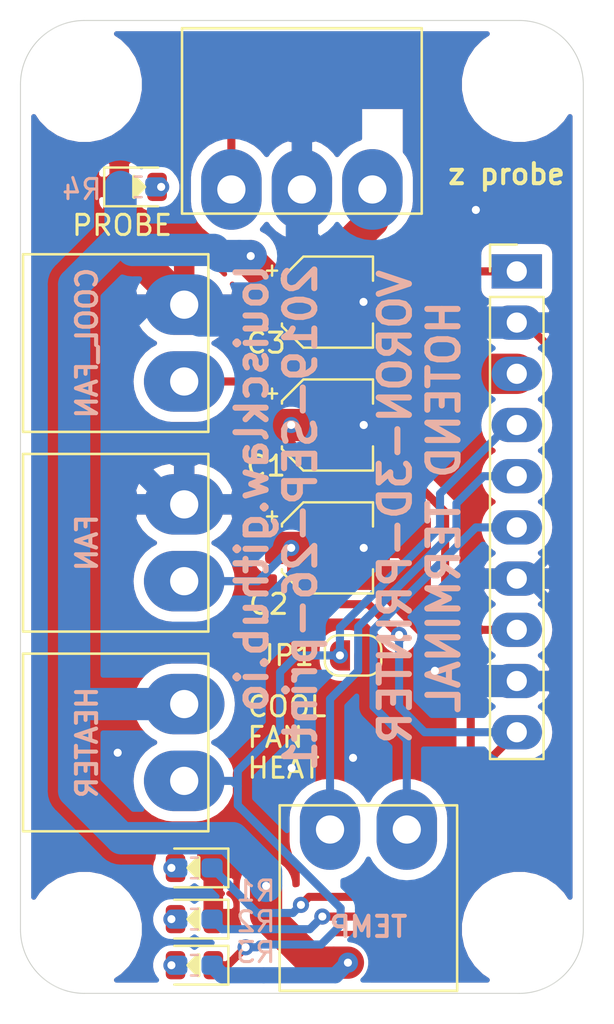
<source format=kicad_pcb>
(kicad_pcb (version 20171130) (host pcbnew 5.1.4-e60b266~84~ubuntu18.04.1)

  (general
    (thickness 1.6)
    (drawings 10)
    (tracks 196)
    (zones 0)
    (modules 22)
    (nets 13)
  )

  (page User 215.9 139.7)
  (layers
    (0 F.Cu signal)
    (31 B.Cu signal)
    (32 B.Adhes user)
    (33 F.Adhes user)
    (34 B.Paste user)
    (35 F.Paste user)
    (36 B.SilkS user)
    (37 F.SilkS user)
    (38 B.Mask user)
    (39 F.Mask user)
    (40 Dwgs.User user)
    (41 Cmts.User user)
    (42 Eco1.User user)
    (43 Eco2.User user)
    (44 Edge.Cuts user)
    (45 Margin user)
    (46 B.CrtYd user)
    (47 F.CrtYd user)
    (48 B.Fab user)
    (49 F.Fab user)
  )

  (setup
    (last_trace_width 0.4)
    (user_trace_width 1)
    (user_trace_width 3)
    (trace_clearance 0.2)
    (zone_clearance 0.508)
    (zone_45_only no)
    (trace_min 0.2)
    (via_size 0.8)
    (via_drill 0.4)
    (via_min_size 0.4)
    (via_min_drill 0.3)
    (uvia_size 0.3)
    (uvia_drill 0.1)
    (uvias_allowed no)
    (uvia_min_size 0.2)
    (uvia_min_drill 0.1)
    (edge_width 0.05)
    (segment_width 0.2)
    (pcb_text_width 0.3)
    (pcb_text_size 1.5 1.5)
    (mod_edge_width 0.12)
    (mod_text_size 1 1)
    (mod_text_width 0.15)
    (pad_size 1.524 1.524)
    (pad_drill 0.762)
    (pad_to_mask_clearance 0.051)
    (solder_mask_min_width 0.25)
    (aux_axis_origin 0 0)
    (visible_elements FFFFFFFF)
    (pcbplotparams
      (layerselection 0x010fc_ffffffff)
      (usegerberextensions false)
      (usegerberattributes false)
      (usegerberadvancedattributes false)
      (creategerberjobfile false)
      (excludeedgelayer true)
      (linewidth 0.100000)
      (plotframeref false)
      (viasonmask false)
      (mode 1)
      (useauxorigin false)
      (hpglpennumber 1)
      (hpglpenspeed 20)
      (hpglpendiameter 15.000000)
      (psnegative false)
      (psa4output false)
      (plotreference true)
      (plotvalue true)
      (plotinvisibletext false)
      (padsonsilk false)
      (subtractmaskfromsilk false)
      (outputformat 1)
      (mirror false)
      (drillshape 0)
      (scaleselection 1)
      (outputdirectory "gerber/"))
  )

  (net 0 "")
  (net 1 /Z_PROBE_SIG)
  (net 2 GND)
  (net 3 +5V)
  (net 4 /HOTEND_FAN_P)
  (net 5 /HOTEND_TEMP_N)
  (net 6 /PRINT_COOLING_FAN_P)
  (net 7 /HOTEND_HEAT_N)
  (net 8 /HOTEND_TEMP_P)
  (net 9 "Net-(D1-Pad2)")
  (net 10 "Net-(D2-Pad2)")
  (net 11 "Net-(D3-Pad2)")
  (net 12 "Net-(D4-Pad2)")

  (net_class Default "This is the default net class."
    (clearance 0.2)
    (trace_width 0.4)
    (via_dia 0.8)
    (via_drill 0.4)
    (uvia_dia 0.3)
    (uvia_drill 0.1)
    (add_net /HOTEND_FAN_P)
    (add_net /HOTEND_HEAT_N)
    (add_net /HOTEND_TEMP_N)
    (add_net /HOTEND_TEMP_P)
    (add_net /PRINT_COOLING_FAN_P)
    (add_net /Z_PROBE_SIG)
    (add_net "Net-(D1-Pad2)")
    (add_net "Net-(D2-Pad2)")
    (add_net "Net-(D3-Pad2)")
    (add_net "Net-(D4-Pad2)")
  )

  (net_class 0.8mm ""
    (clearance 0.2)
    (trace_width 0.8)
    (via_dia 0.8)
    (via_drill 0.4)
    (uvia_dia 0.3)
    (uvia_drill 0.1)
  )

  (net_class 1.6mm ""
    (clearance 0.2)
    (trace_width 1.6)
    (via_dia 1)
    (via_drill 0.4)
    (uvia_dia 0.3)
    (uvia_drill 0.1)
    (add_net +5V)
    (add_net GND)
  )

  (module Connector_PinHeader_2.54mm:PinHeader_1x10_P2.54mm_Vertical locked (layer F.Cu) (tedit 5D8CB4C7) (tstamp 5D8D857C)
    (at 113.284 41.402)
    (descr "Through hole straight pin header, 1x10, 2.54mm pitch, single row")
    (tags "Through hole pin header THT 1x10 2.54mm single row")
    (path /5D8C80F0)
    (fp_text reference J3 (at 0 -2.33) (layer F.SilkS) hide
      (effects (font (size 1 1) (thickness 0.15)))
    )
    (fp_text value Conn_01x10 (at 0 25.19) (layer F.Fab) hide
      (effects (font (size 1 1) (thickness 0.15)))
    )
    (fp_text user %R (at 0 11.43 90) (layer F.Fab)
      (effects (font (size 1 1) (thickness 0.15)))
    )
    (fp_line (start 1.8 -1.8) (end -1.8 -1.8) (layer F.CrtYd) (width 0.05))
    (fp_line (start 1.8 24.65) (end 1.8 -1.8) (layer F.CrtYd) (width 0.05))
    (fp_line (start -1.8 24.65) (end 1.8 24.65) (layer F.CrtYd) (width 0.05))
    (fp_line (start -1.8 -1.8) (end -1.8 24.65) (layer F.CrtYd) (width 0.05))
    (fp_line (start -1.33 -1.33) (end 0 -1.33) (layer F.SilkS) (width 0.12))
    (fp_line (start -1.33 0) (end -1.33 -1.33) (layer F.SilkS) (width 0.12))
    (fp_line (start -1.33 1.27) (end 1.33 1.27) (layer F.SilkS) (width 0.12))
    (fp_line (start 1.33 1.27) (end 1.33 24.19) (layer F.SilkS) (width 0.12))
    (fp_line (start -1.33 1.27) (end -1.33 24.19) (layer F.SilkS) (width 0.12))
    (fp_line (start -1.33 24.19) (end 1.33 24.19) (layer F.SilkS) (width 0.12))
    (fp_line (start -1.27 -0.635) (end -0.635 -1.27) (layer F.Fab) (width 0.1))
    (fp_line (start -1.27 24.13) (end -1.27 -0.635) (layer F.Fab) (width 0.1))
    (fp_line (start 1.27 24.13) (end -1.27 24.13) (layer F.Fab) (width 0.1))
    (fp_line (start 1.27 -1.27) (end 1.27 24.13) (layer F.Fab) (width 0.1))
    (fp_line (start -0.635 -1.27) (end 1.27 -1.27) (layer F.Fab) (width 0.1))
    (pad 10 thru_hole oval (at 0 22.86) (size 2.5 1.7) (drill 1) (layers *.Cu *.Mask)
      (net 4 /HOTEND_FAN_P))
    (pad 9 thru_hole oval (at 0 20.32) (size 2.5 1.7) (drill 1) (layers *.Cu *.Mask)
      (net 2 GND))
    (pad 8 thru_hole oval (at 0 17.78) (size 2.5 1.7) (drill 1) (layers *.Cu *.Mask)
      (net 6 /PRINT_COOLING_FAN_P))
    (pad 7 thru_hole oval (at 0 15.24) (size 2.5 1.7) (drill 1) (layers *.Cu *.Mask)
      (net 2 GND))
    (pad 6 thru_hole oval (at 0 12.7) (size 2.5 1.7) (drill 1) (layers *.Cu *.Mask)
      (net 5 /HOTEND_TEMP_N))
    (pad 5 thru_hole oval (at 0 10.16) (size 2.5 1.7) (drill 1) (layers *.Cu *.Mask)
      (net 8 /HOTEND_TEMP_P))
    (pad 4 thru_hole oval (at 0 7.62) (size 2.5 1.7) (drill 1) (layers *.Cu *.Mask)
      (net 7 /HOTEND_HEAT_N))
    (pad 3 thru_hole oval (at 0 5.08) (size 2.5 1.7) (drill 1) (layers *.Cu *.Mask)
      (net 3 +5V))
    (pad 2 thru_hole oval (at 0 2.54) (size 2.5 1.7) (drill 1) (layers *.Cu *.Mask)
      (net 2 GND))
    (pad 1 thru_hole trapezoid (at 0 0) (size 2.5 1.7) (drill 1) (layers *.Cu *.Mask)
      (net 1 /Z_PROBE_SIG))
    (model ${KISYS3DMOD}/Connector_PinHeader_2.54mm.3dshapes/PinHeader_1x10_P2.54mm_Vertical.wrl
      (at (xyz 0 0 0))
      (scale (xyz 1 1 1))
      (rotate (xyz 0 0 0))
    )
  )

  (module footprint-lib:691322310002 locked (layer F.Cu) (tedit 5D8CB481) (tstamp 5D8DA7A2)
    (at 105.918 69.088)
    (descr "<b>WR-TBL Serie 322 - 3.81mm Vertical PCB Header , 2 Pins")
    (path /5D8F2349)
    (fp_text reference J4 (at -0.1312 -2.8109) (layer F.SilkS) hide
      (effects (font (size 1 1) (thickness 0.05)))
    )
    (fp_text value TEMP (at 0 4.826) (layer B.SilkS)
      (effects (font (size 1 1) (thickness 0.2)) (justify mirror))
    )
    (fp_text user 1 (at -2.4 2.8) (layer Edge.Cuts)
      (effects (font (size 1 1) (thickness 0.05)))
    )
    (fp_line (start -4.405 -1.2) (end -4.405 8) (layer F.SilkS) (width 0.127))
    (fp_line (start 4.405 -1.2) (end -4.405 -1.2) (layer F.SilkS) (width 0.127))
    (fp_line (start 4.405 8) (end 4.405 -1.2) (layer F.SilkS) (width 0.127))
    (fp_line (start -4.405 8) (end 4.405 8) (layer F.SilkS) (width 0.127))
    (pad 1 thru_hole oval (at -1.905 0 180) (size 3 4) (drill 1.4) (layers *.Cu *.Mask)
      (net 8 /HOTEND_TEMP_P))
    (pad 2 thru_hole oval (at 1.905 0 180) (size 3 4) (drill 1.4) (layers *.Cu *.Mask)
      (net 5 /HOTEND_TEMP_N))
    (model "/home/logic/_workspace/kicad/kicad_library/kicad-packages3d/terminal block/691322310002.step"
      (at (xyz 0 0 0))
      (scale (xyz 1 1 1))
      (rotate (xyz 0 0 0))
    )
  )

  (module footprint-lib:691322310002 locked (layer F.Cu) (tedit 5D8CB468) (tstamp 5D8CC88B)
    (at 96.774 64.77 270)
    (descr "<b>WR-TBL Serie 322 - 3.81mm Vertical PCB Header , 2 Pins")
    (path /5D8F1DF1)
    (fp_text reference J2 (at -0.1312 -2.8109 270) (layer F.SilkS) hide
      (effects (font (size 1 1) (thickness 0.05)))
    )
    (fp_text value HEATER (at 0 4.826 270) (layer B.SilkS)
      (effects (font (size 1 1) (thickness 0.2)) (justify mirror))
    )
    (fp_text user 1 (at -2.4 2.8 270) (layer F.Cu) hide
      (effects (font (size 1 1) (thickness 0.05)))
    )
    (fp_line (start -4.405 -1.2) (end -4.405 8) (layer F.SilkS) (width 0.127))
    (fp_line (start 4.405 -1.2) (end -4.405 -1.2) (layer F.SilkS) (width 0.127))
    (fp_line (start 4.405 8) (end 4.405 -1.2) (layer F.SilkS) (width 0.127))
    (fp_line (start -4.405 8) (end 4.405 8) (layer F.SilkS) (width 0.127))
    (pad 1 thru_hole oval (at -1.905 0 90) (size 3 4) (drill 1.4) (layers *.Cu *.Mask)
      (net 3 +5V))
    (pad 2 thru_hole oval (at 1.905 0 90) (size 3 4) (drill 1.4) (layers *.Cu *.Mask)
      (net 7 /HOTEND_HEAT_N))
    (model "/home/logic/_workspace/kicad/kicad_library/kicad-packages3d/terminal block/691322310002.step"
      (at (xyz 0 0 0))
      (scale (xyz 1 1 1))
      (rotate (xyz 0 0 0))
    )
  )

  (module footprint-lib:691322310002 locked (layer F.Cu) (tedit 5D8CB44D) (tstamp 5D8CC849)
    (at 96.774 54.864 270)
    (descr "<b>WR-TBL Serie 322 - 3.81mm Vertical PCB Header , 2 Pins")
    (path /5D8F27AC)
    (fp_text reference J6 (at -0.1312 -2.8109 90) (layer F.SilkS) hide
      (effects (font (size 1 1) (thickness 0.05)))
    )
    (fp_text value FAN (at 0 4.826 90) (layer B.SilkS)
      (effects (font (size 1 1) (thickness 0.2)) (justify mirror))
    )
    (fp_text user 1 (at -2.4 2.8 90) (layer F.Cu) hide
      (effects (font (size 1 1) (thickness 0.05)))
    )
    (fp_line (start -4.405 -1.2) (end -4.405 8) (layer F.SilkS) (width 0.127))
    (fp_line (start 4.405 -1.2) (end -4.405 -1.2) (layer F.SilkS) (width 0.127))
    (fp_line (start 4.405 8) (end 4.405 -1.2) (layer F.SilkS) (width 0.127))
    (fp_line (start -4.405 8) (end 4.405 8) (layer F.SilkS) (width 0.127))
    (pad 1 thru_hole oval (at -1.905 0 90) (size 3 4) (drill 1.4) (layers *.Cu *.Mask)
      (net 2 GND))
    (pad 2 thru_hole oval (at 1.905 0 90) (size 3 4) (drill 1.4) (layers *.Cu *.Mask)
      (net 4 /HOTEND_FAN_P))
    (model "/home/logic/_workspace/kicad/kicad_library/kicad-packages3d/terminal block/691322310002.step"
      (at (xyz 0 0 0))
      (scale (xyz 1 1 1))
      (rotate (xyz 0 0 0))
    )
  )

  (module footprint-lib:691322310002 locked (layer F.Cu) (tedit 5D8CB426) (tstamp 5D8CC86A)
    (at 96.774 44.958 270)
    (descr "<b>WR-TBL Serie 322 - 3.81mm Vertical PCB Header , 2 Pins")
    (path /5D8F250A)
    (fp_text reference J5 (at -0.1312 -2.8109 90) (layer F.SilkS) hide
      (effects (font (size 1 1) (thickness 0.05)))
    )
    (fp_text value COOL_FAN (at 0 4.826 90) (layer B.SilkS)
      (effects (font (size 1 1) (thickness 0.2)) (justify mirror))
    )
    (fp_text user 1 (at -2.4 2.8 90) (layer F.Cu) hide
      (effects (font (size 1 1) (thickness 0.05)))
    )
    (fp_line (start -4.405 -1.2) (end -4.405 8) (layer F.SilkS) (width 0.127))
    (fp_line (start 4.405 -1.2) (end -4.405 -1.2) (layer F.SilkS) (width 0.127))
    (fp_line (start 4.405 8) (end 4.405 -1.2) (layer F.SilkS) (width 0.127))
    (fp_line (start -4.405 8) (end 4.405 8) (layer F.SilkS) (width 0.127))
    (pad 1 thru_hole oval (at -1.905 0 90) (size 3 4) (drill 1.4) (layers *.Cu *.Mask)
      (net 2 GND))
    (pad 2 thru_hole oval (at 1.905 0 90) (size 3 4) (drill 1.4) (layers *.Cu *.Mask)
      (net 6 /PRINT_COOLING_FAN_P))
    (model "/home/logic/_workspace/kicad/kicad_library/kicad-packages3d/terminal block/691322310002.step"
      (at (xyz 0 0 0))
      (scale (xyz 1 1 1))
      (rotate (xyz 0 0 0))
    )
  )

  (module footprint-lib:691322110003 locked (layer F.Cu) (tedit 5D8CB3F4) (tstamp 5D8D8B1A)
    (at 102.616 37.338 180)
    (descr "<b>WR-TBL Serie 3221 - 3.50mm Horizontal PCB Header, 3 Pins")
    (path /5D8CA468)
    (fp_text reference J1 (at -0.4492 -2.8259 180) (layer F.SilkS) hide
      (effects (font (size 1 1) (thickness 0.05)))
    )
    (fp_text value "z probe" (at -10.16 0.762 180) (layer F.SilkS)
      (effects (font (size 1 1) (thickness 0.2)))
    )
    (fp_text user 1 (at -4 2.75 180) (layer Edge.Cuts)
      (effects (font (size 1 1) (thickness 0.05)))
    )
    (fp_line (start 5.95 8) (end 5.95 -1.2) (layer F.SilkS) (width 0.127))
    (fp_line (start -5.95 8) (end 5.95 8) (layer F.SilkS) (width 0.127))
    (fp_line (start -5.95 -1.2) (end -5.95 8) (layer F.SilkS) (width 0.127))
    (fp_line (start 5.95 -1.2) (end -5.95 -1.2) (layer F.SilkS) (width 0.127))
    (pad 1 thru_hole oval (at -3.5 0) (size 3 4) (drill 1.4) (layers *.Cu *.Mask)
      (net 3 +5V))
    (pad 2 thru_hole oval (at 0 0) (size 3 4) (drill 1.4) (layers *.Cu *.Mask)
      (net 2 GND))
    (pad 3 thru_hole oval (at 3.5 0) (size 3 4) (drill 1.4) (layers *.Cu *.Mask)
      (net 1 /Z_PROBE_SIG))
    (model "/home/logic/_workspace/kicad/kicad_library/kicad-packages3d/terminal block/691322110003.step"
      (at (xyz 0 0 0))
      (scale (xyz 1 1 1))
      (rotate (xyz 0 0 0))
    )
  )

  (module footprint-lib:MountingHole_2.7mm_M2.5,rpi_like locked (layer F.Cu) (tedit 5CD0070F) (tstamp 5D8D3AFC)
    (at 113.411 32.131 90)
    (descr "Mounting Hole 2.7mm, no annular, M2.5")
    (tags "mounting hole 2.7mm no annular m2.5")
    (path /5D8DC1B9)
    (attr virtual)
    (fp_text reference H4 (at 0 -3.7 90) (layer F.SilkS) hide
      (effects (font (size 1 1) (thickness 0.15)))
    )
    (fp_text value MountingHole (at 0 3.7 90) (layer F.Fab) hide
      (effects (font (size 1 1) (thickness 0.15)))
    )
    (fp_circle (center 0 0) (end 1.905 0) (layer B.Mask) (width 1.2))
    (fp_circle (center 0 0) (end 1.905 0) (layer F.Mask) (width 1.2))
    (fp_circle (center 0 0) (end 2.95 0) (layer F.CrtYd) (width 0.05))
    (fp_circle (center 0 0) (end 2.7 0) (layer Cmts.User) (width 0.15))
    (fp_text user %R (at 0.3 0 90) (layer F.Fab)
      (effects (font (size 1 1) (thickness 0.15)))
    )
    (pad "" np_thru_hole circle (at 0 0 90) (size 2.7 2.7) (drill 2.7) (layers *.Cu *.Mask)
      (solder_mask_margin 1.5) (clearance 1.5))
  )

  (module footprint-lib:MountingHole_2.7mm_M2.5,rpi_like locked (layer F.Cu) (tedit 5CD0070F) (tstamp 5D8D3AF2)
    (at 113.411 74.041 90)
    (descr "Mounting Hole 2.7mm, no annular, M2.5")
    (tags "mounting hole 2.7mm no annular m2.5")
    (path /5D8DC1AF)
    (attr virtual)
    (fp_text reference H3 (at 0 -3.7 90) (layer F.SilkS) hide
      (effects (font (size 1 1) (thickness 0.15)))
    )
    (fp_text value MountingHole (at 0 3.7 90) (layer F.Fab) hide
      (effects (font (size 1 1) (thickness 0.15)))
    )
    (fp_circle (center 0 0) (end 1.905 0) (layer B.Mask) (width 1.2))
    (fp_circle (center 0 0) (end 1.905 0) (layer F.Mask) (width 1.2))
    (fp_circle (center 0 0) (end 2.95 0) (layer F.CrtYd) (width 0.05))
    (fp_circle (center 0 0) (end 2.7 0) (layer Cmts.User) (width 0.15))
    (fp_text user %R (at 0.3 0 90) (layer F.Fab)
      (effects (font (size 1 1) (thickness 0.15)))
    )
    (pad "" np_thru_hole circle (at 0 0 90) (size 2.7 2.7) (drill 2.7) (layers *.Cu *.Mask)
      (solder_mask_margin 1.5) (clearance 1.5))
  )

  (module footprint-lib:MountingHole_2.7mm_M2.5,rpi_like locked (layer F.Cu) (tedit 5CD0070F) (tstamp 5D8D3AE8)
    (at 91.821 74.041 90)
    (descr "Mounting Hole 2.7mm, no annular, M2.5")
    (tags "mounting hole 2.7mm no annular m2.5")
    (path /5D8DBFF3)
    (attr virtual)
    (fp_text reference H2 (at 0 -3.7 90) (layer F.SilkS) hide
      (effects (font (size 1 1) (thickness 0.15)))
    )
    (fp_text value MountingHole (at 0.127 -5.969 90) (layer F.Fab) hide
      (effects (font (size 1 1) (thickness 0.15)))
    )
    (fp_circle (center 0 0) (end 1.905 0) (layer B.Mask) (width 1.2))
    (fp_circle (center 0 0) (end 1.905 0) (layer F.Mask) (width 1.2))
    (fp_circle (center 0 0) (end 2.95 0) (layer F.CrtYd) (width 0.05))
    (fp_circle (center 0 0) (end 2.7 0) (layer Cmts.User) (width 0.15))
    (fp_text user %R (at 0.3 0 90) (layer F.Fab)
      (effects (font (size 1 1) (thickness 0.15)))
    )
    (pad "" np_thru_hole circle (at 0 0 90) (size 2.7 2.7) (drill 2.7) (layers *.Cu *.Mask)
      (solder_mask_margin 1.5) (clearance 1.5))
  )

  (module footprint-lib:MountingHole_2.7mm_M2.5,rpi_like locked (layer F.Cu) (tedit 5CD0070F) (tstamp 5D8D3ADE)
    (at 91.821 32.131 90)
    (descr "Mounting Hole 2.7mm, no annular, M2.5")
    (tags "mounting hole 2.7mm no annular m2.5")
    (path /5D8DBCD0)
    (attr virtual)
    (fp_text reference H1 (at 0 -3.7 90) (layer F.SilkS) hide
      (effects (font (size 1 1) (thickness 0.15)))
    )
    (fp_text value MountingHole (at 0 3.7 90) (layer F.Fab) hide
      (effects (font (size 1 1) (thickness 0.15)))
    )
    (fp_circle (center 0 0) (end 1.905 0) (layer B.Mask) (width 1.2))
    (fp_circle (center 0 0) (end 1.905 0) (layer F.Mask) (width 1.2))
    (fp_circle (center 0 0) (end 2.95 0) (layer F.CrtYd) (width 0.05))
    (fp_circle (center 0 0) (end 2.7 0) (layer Cmts.User) (width 0.15))
    (fp_text user %R (at 0.3 0 90) (layer F.Fab)
      (effects (font (size 1 1) (thickness 0.15)))
    )
    (pad "" np_thru_hole circle (at 0 0 90) (size 2.7 2.7) (drill 2.7) (layers *.Cu *.Mask)
      (solder_mask_margin 1.5) (clearance 1.5))
  )

  (module Resistor_SMD:R_0603_1608Metric_Pad1.05x0.95mm_HandSolder locked (layer B.Cu) (tedit 5B301BBD) (tstamp 5D8DB406)
    (at 94.488 37.211 180)
    (descr "Resistor SMD 0603 (1608 Metric), square (rectangular) end terminal, IPC_7351 nominal with elongated pad for handsoldering. (Body size source: http://www.tortai-tech.com/upload/download/2011102023233369053.pdf), generated with kicad-footprint-generator")
    (tags "resistor handsolder")
    (path /5D94D219)
    (attr smd)
    (fp_text reference R4 (at 2.794 -0.127) (layer B.SilkS)
      (effects (font (size 1 1) (thickness 0.15)) (justify mirror))
    )
    (fp_text value R561,0603 (at 0 -1.43) (layer B.Fab)
      (effects (font (size 1 1) (thickness 0.15)) (justify mirror))
    )
    (fp_text user %R (at 0 0) (layer B.Fab)
      (effects (font (size 0.4 0.4) (thickness 0.06)) (justify mirror))
    )
    (fp_line (start 1.65 -0.73) (end -1.65 -0.73) (layer B.CrtYd) (width 0.05))
    (fp_line (start 1.65 0.73) (end 1.65 -0.73) (layer B.CrtYd) (width 0.05))
    (fp_line (start -1.65 0.73) (end 1.65 0.73) (layer B.CrtYd) (width 0.05))
    (fp_line (start -1.65 -0.73) (end -1.65 0.73) (layer B.CrtYd) (width 0.05))
    (fp_line (start -0.171267 -0.51) (end 0.171267 -0.51) (layer B.SilkS) (width 0.12))
    (fp_line (start -0.171267 0.51) (end 0.171267 0.51) (layer B.SilkS) (width 0.12))
    (fp_line (start 0.8 -0.4) (end -0.8 -0.4) (layer B.Fab) (width 0.1))
    (fp_line (start 0.8 0.4) (end 0.8 -0.4) (layer B.Fab) (width 0.1))
    (fp_line (start -0.8 0.4) (end 0.8 0.4) (layer B.Fab) (width 0.1))
    (fp_line (start -0.8 -0.4) (end -0.8 0.4) (layer B.Fab) (width 0.1))
    (pad 2 smd roundrect (at 0.875 0 180) (size 1.05 0.95) (layers B.Cu B.Paste B.Mask) (roundrect_rratio 0.25)
      (net 3 +5V))
    (pad 1 smd roundrect (at -0.875 0 180) (size 1.05 0.95) (layers B.Cu B.Paste B.Mask) (roundrect_rratio 0.25)
      (net 12 "Net-(D4-Pad2)"))
    (model ${KISYS3DMOD}/Resistor_SMD.3dshapes/R_0603_1608Metric.wrl
      (at (xyz 0 0 0))
      (scale (xyz 1 1 1))
      (rotate (xyz 0 0 0))
    )
  )

  (module Resistor_SMD:R_0603_1608Metric_Pad1.05x0.95mm_HandSolder locked (layer B.Cu) (tedit 5B301BBD) (tstamp 5D8CC8FC)
    (at 97.282 75.819)
    (descr "Resistor SMD 0603 (1608 Metric), square (rectangular) end terminal, IPC_7351 nominal with elongated pad for handsoldering. (Body size source: http://www.tortai-tech.com/upload/download/2011102023233369053.pdf), generated with kicad-footprint-generator")
    (tags "resistor handsolder")
    (path /5D94CFED)
    (attr smd)
    (fp_text reference R3 (at 3.048 -0.635) (layer B.SilkS)
      (effects (font (size 1 1) (thickness 0.15)) (justify mirror))
    )
    (fp_text value R561,0603 (at 0 -1.43) (layer B.Fab)
      (effects (font (size 1 1) (thickness 0.15)) (justify mirror))
    )
    (fp_text user %R (at 0 0) (layer B.Fab)
      (effects (font (size 0.4 0.4) (thickness 0.06)) (justify mirror))
    )
    (fp_line (start 1.65 -0.73) (end -1.65 -0.73) (layer B.CrtYd) (width 0.05))
    (fp_line (start 1.65 0.73) (end 1.65 -0.73) (layer B.CrtYd) (width 0.05))
    (fp_line (start -1.65 0.73) (end 1.65 0.73) (layer B.CrtYd) (width 0.05))
    (fp_line (start -1.65 -0.73) (end -1.65 0.73) (layer B.CrtYd) (width 0.05))
    (fp_line (start -0.171267 -0.51) (end 0.171267 -0.51) (layer B.SilkS) (width 0.12))
    (fp_line (start -0.171267 0.51) (end 0.171267 0.51) (layer B.SilkS) (width 0.12))
    (fp_line (start 0.8 -0.4) (end -0.8 -0.4) (layer B.Fab) (width 0.1))
    (fp_line (start 0.8 0.4) (end 0.8 -0.4) (layer B.Fab) (width 0.1))
    (fp_line (start -0.8 0.4) (end 0.8 0.4) (layer B.Fab) (width 0.1))
    (fp_line (start -0.8 -0.4) (end -0.8 0.4) (layer B.Fab) (width 0.1))
    (pad 2 smd roundrect (at 0.875 0) (size 1.05 0.95) (layers B.Cu B.Paste B.Mask) (roundrect_rratio 0.25)
      (net 3 +5V))
    (pad 1 smd roundrect (at -0.875 0) (size 1.05 0.95) (layers B.Cu B.Paste B.Mask) (roundrect_rratio 0.25)
      (net 11 "Net-(D3-Pad2)"))
    (model ${KISYS3DMOD}/Resistor_SMD.3dshapes/R_0603_1608Metric.wrl
      (at (xyz 0 0 0))
      (scale (xyz 1 1 1))
      (rotate (xyz 0 0 0))
    )
  )

  (module Resistor_SMD:R_0603_1608Metric_Pad1.05x0.95mm_HandSolder locked (layer B.Cu) (tedit 5B301BBD) (tstamp 5D8CC92C)
    (at 97.282 73.533)
    (descr "Resistor SMD 0603 (1608 Metric), square (rectangular) end terminal, IPC_7351 nominal with elongated pad for handsoldering. (Body size source: http://www.tortai-tech.com/upload/download/2011102023233369053.pdf), generated with kicad-footprint-generator")
    (tags "resistor handsolder")
    (path /5D94CC17)
    (attr smd)
    (fp_text reference R2 (at 3.048 0.127) (layer B.SilkS)
      (effects (font (size 1 1) (thickness 0.15)) (justify mirror))
    )
    (fp_text value R561,0603 (at 0 -1.43) (layer B.Fab)
      (effects (font (size 1 1) (thickness 0.15)) (justify mirror))
    )
    (fp_text user %R (at 0 0) (layer B.Fab)
      (effects (font (size 0.4 0.4) (thickness 0.06)) (justify mirror))
    )
    (fp_line (start 1.65 -0.73) (end -1.65 -0.73) (layer B.CrtYd) (width 0.05))
    (fp_line (start 1.65 0.73) (end 1.65 -0.73) (layer B.CrtYd) (width 0.05))
    (fp_line (start -1.65 0.73) (end 1.65 0.73) (layer B.CrtYd) (width 0.05))
    (fp_line (start -1.65 -0.73) (end -1.65 0.73) (layer B.CrtYd) (width 0.05))
    (fp_line (start -0.171267 -0.51) (end 0.171267 -0.51) (layer B.SilkS) (width 0.12))
    (fp_line (start -0.171267 0.51) (end 0.171267 0.51) (layer B.SilkS) (width 0.12))
    (fp_line (start 0.8 -0.4) (end -0.8 -0.4) (layer B.Fab) (width 0.1))
    (fp_line (start 0.8 0.4) (end 0.8 -0.4) (layer B.Fab) (width 0.1))
    (fp_line (start -0.8 0.4) (end 0.8 0.4) (layer B.Fab) (width 0.1))
    (fp_line (start -0.8 -0.4) (end -0.8 0.4) (layer B.Fab) (width 0.1))
    (pad 2 smd roundrect (at 0.875 0) (size 1.05 0.95) (layers B.Cu B.Paste B.Mask) (roundrect_rratio 0.25)
      (net 4 /HOTEND_FAN_P))
    (pad 1 smd roundrect (at -0.875 0) (size 1.05 0.95) (layers B.Cu B.Paste B.Mask) (roundrect_rratio 0.25)
      (net 10 "Net-(D2-Pad2)"))
    (model ${KISYS3DMOD}/Resistor_SMD.3dshapes/R_0603_1608Metric.wrl
      (at (xyz 0 0 0))
      (scale (xyz 1 1 1))
      (rotate (xyz 0 0 0))
    )
  )

  (module Resistor_SMD:R_0603_1608Metric_Pad1.05x0.95mm_HandSolder locked (layer B.Cu) (tedit 5B301BBD) (tstamp 5D8CC81E)
    (at 97.282 70.993)
    (descr "Resistor SMD 0603 (1608 Metric), square (rectangular) end terminal, IPC_7351 nominal with elongated pad for handsoldering. (Body size source: http://www.tortai-tech.com/upload/download/2011102023233369053.pdf), generated with kicad-footprint-generator")
    (tags "resistor handsolder")
    (path /5D94C497)
    (attr smd)
    (fp_text reference R1 (at 3.048 1.143) (layer B.SilkS)
      (effects (font (size 1 1) (thickness 0.15)) (justify mirror))
    )
    (fp_text value R561,0603 (at 0 -1.43) (layer B.Fab)
      (effects (font (size 1 1) (thickness 0.15)) (justify mirror))
    )
    (fp_text user %R (at 0 0) (layer B.Fab)
      (effects (font (size 0.4 0.4) (thickness 0.06)) (justify mirror))
    )
    (fp_line (start 1.65 -0.73) (end -1.65 -0.73) (layer B.CrtYd) (width 0.05))
    (fp_line (start 1.65 0.73) (end 1.65 -0.73) (layer B.CrtYd) (width 0.05))
    (fp_line (start -1.65 0.73) (end 1.65 0.73) (layer B.CrtYd) (width 0.05))
    (fp_line (start -1.65 -0.73) (end -1.65 0.73) (layer B.CrtYd) (width 0.05))
    (fp_line (start -0.171267 -0.51) (end 0.171267 -0.51) (layer B.SilkS) (width 0.12))
    (fp_line (start -0.171267 0.51) (end 0.171267 0.51) (layer B.SilkS) (width 0.12))
    (fp_line (start 0.8 -0.4) (end -0.8 -0.4) (layer B.Fab) (width 0.1))
    (fp_line (start 0.8 0.4) (end 0.8 -0.4) (layer B.Fab) (width 0.1))
    (fp_line (start -0.8 0.4) (end 0.8 0.4) (layer B.Fab) (width 0.1))
    (fp_line (start -0.8 -0.4) (end -0.8 0.4) (layer B.Fab) (width 0.1))
    (pad 2 smd roundrect (at 0.875 0) (size 1.05 0.95) (layers B.Cu B.Paste B.Mask) (roundrect_rratio 0.25)
      (net 6 /PRINT_COOLING_FAN_P))
    (pad 1 smd roundrect (at -0.875 0) (size 1.05 0.95) (layers B.Cu B.Paste B.Mask) (roundrect_rratio 0.25)
      (net 9 "Net-(D1-Pad2)"))
    (model ${KISYS3DMOD}/Resistor_SMD.3dshapes/R_0603_1608Metric.wrl
      (at (xyz 0 0 0))
      (scale (xyz 1 1 1))
      (rotate (xyz 0 0 0))
    )
  )

  (module footprint-lib:LED_0805_2012Metric locked (layer F.Cu) (tedit 5CE3E2AD) (tstamp 5D8DB2F6)
    (at 94.488 37.211)
    (descr "LED SMD 0805 (2012 Metric), square (rectangular) end terminal, IPC_7351 nominal, (Body size source: https://docs.google.com/spreadsheets/d/1BsfQQcO9C6DZCsRaXUlFlo91Tg2WpOkGARC1WS5S8t0/edit?usp=sharing), generated with kicad-footprint-generator")
    (tags diode)
    (path /5D94F0F8)
    (attr smd)
    (fp_text reference D4 (at 0 -1.65) (layer F.SilkS) hide
      (effects (font (size 1 1) (thickness 0.15)))
    )
    (fp_text value PROBE (at 1.778 1.905) (layer F.SilkS)
      (effects (font (size 1 1) (thickness 0.15)) (justify right))
    )
    (fp_line (start -0.1 0.2) (end 0.1 0) (layer F.SilkS) (width 0.381))
    (fp_line (start -0.1 -0.3) (end -0.1 0.2) (layer F.SilkS) (width 0.2))
    (fp_line (start 0.3 0) (end -0.2 -0.5) (layer F.SilkS) (width 0.2))
    (fp_line (start -0.2 0.5) (end 0.3 0) (layer F.SilkS) (width 0.2))
    (fp_line (start -0.2 -0.5) (end -0.2 0.5) (layer F.SilkS) (width 0.2))
    (fp_line (start 1 -0.6) (end -0.7 -0.6) (layer F.Fab) (width 0.1))
    (fp_line (start -0.7 -0.6) (end -1 -0.3) (layer F.Fab) (width 0.1))
    (fp_line (start -1 -0.3) (end -1 0.6) (layer F.Fab) (width 0.1))
    (fp_line (start -1 0.6) (end 1 0.6) (layer F.Fab) (width 0.1))
    (fp_line (start 1 0.6) (end 1 -0.6) (layer F.Fab) (width 0.1))
    (fp_line (start 1 -0.96) (end -1.685 -0.96) (layer F.SilkS) (width 0.12))
    (fp_line (start -1.685 -0.96) (end -1.685 0.96) (layer F.SilkS) (width 0.12))
    (fp_line (start -1.685 0.96) (end 1 0.96) (layer F.SilkS) (width 0.12))
    (fp_line (start -1.68 0.95) (end -1.68 -0.95) (layer F.CrtYd) (width 0.05))
    (fp_line (start -1.68 -0.95) (end 1.68 -0.95) (layer F.CrtYd) (width 0.05))
    (fp_line (start 1.68 -0.95) (end 1.68 0.95) (layer F.CrtYd) (width 0.05))
    (fp_line (start 1.68 0.95) (end -1.68 0.95) (layer F.CrtYd) (width 0.05))
    (fp_text user %R (at 0 0) (layer F.Fab)
      (effects (font (size 0.5 0.5) (thickness 0.08)))
    )
    (pad 1 smd roundrect (at -0.9375 0) (size 0.975 1.4) (layers F.Cu F.Paste F.Mask) (roundrect_rratio 0.25)
      (net 2 GND))
    (pad 2 smd roundrect (at 0.9375 0) (size 0.975 1.4) (layers F.Cu F.Paste F.Mask) (roundrect_rratio 0.25)
      (net 12 "Net-(D4-Pad2)"))
    (model ${KISYS3DMOD}/LED_SMD.3dshapes/LED_0805_2012Metric.wrl
      (at (xyz 0 0 0))
      (scale (xyz 1 1 1))
      (rotate (xyz 0 0 0))
    )
  )

  (module footprint-lib:LED_0805_2012Metric locked (layer F.Cu) (tedit 5CE3E2AD) (tstamp 5D8CC798)
    (at 97.282 75.819 180)
    (descr "LED SMD 0805 (2012 Metric), square (rectangular) end terminal, IPC_7351 nominal, (Body size source: https://docs.google.com/spreadsheets/d/1BsfQQcO9C6DZCsRaXUlFlo91Tg2WpOkGARC1WS5S8t0/edit?usp=sharing), generated with kicad-footprint-generator")
    (tags diode)
    (path /5D94EE69)
    (attr smd)
    (fp_text reference D3 (at 0 -1.65) (layer F.SilkS) hide
      (effects (font (size 1 1) (thickness 0.15)))
    )
    (fp_text value HEAT (at -2.54 9.779) (layer F.SilkS)
      (effects (font (size 1 1) (thickness 0.15)) (justify left))
    )
    (fp_line (start -0.1 0.2) (end 0.1 0) (layer F.SilkS) (width 0.381))
    (fp_line (start -0.1 -0.3) (end -0.1 0.2) (layer F.SilkS) (width 0.2))
    (fp_line (start 0.3 0) (end -0.2 -0.5) (layer F.SilkS) (width 0.2))
    (fp_line (start -0.2 0.5) (end 0.3 0) (layer F.SilkS) (width 0.2))
    (fp_line (start -0.2 -0.5) (end -0.2 0.5) (layer F.SilkS) (width 0.2))
    (fp_line (start 1 -0.6) (end -0.7 -0.6) (layer F.Fab) (width 0.1))
    (fp_line (start -0.7 -0.6) (end -1 -0.3) (layer F.Fab) (width 0.1))
    (fp_line (start -1 -0.3) (end -1 0.6) (layer F.Fab) (width 0.1))
    (fp_line (start -1 0.6) (end 1 0.6) (layer F.Fab) (width 0.1))
    (fp_line (start 1 0.6) (end 1 -0.6) (layer F.Fab) (width 0.1))
    (fp_line (start 1 -0.96) (end -1.685 -0.96) (layer F.SilkS) (width 0.12))
    (fp_line (start -1.685 -0.96) (end -1.685 0.96) (layer F.SilkS) (width 0.12))
    (fp_line (start -1.685 0.96) (end 1 0.96) (layer F.SilkS) (width 0.12))
    (fp_line (start -1.68 0.95) (end -1.68 -0.95) (layer F.CrtYd) (width 0.05))
    (fp_line (start -1.68 -0.95) (end 1.68 -0.95) (layer F.CrtYd) (width 0.05))
    (fp_line (start 1.68 -0.95) (end 1.68 0.95) (layer F.CrtYd) (width 0.05))
    (fp_line (start 1.68 0.95) (end -1.68 0.95) (layer F.CrtYd) (width 0.05))
    (fp_text user %R (at 0 0) (layer F.Fab)
      (effects (font (size 0.5 0.5) (thickness 0.08)))
    )
    (pad 1 smd roundrect (at -0.9375 0 180) (size 0.975 1.4) (layers F.Cu F.Paste F.Mask) (roundrect_rratio 0.25)
      (net 7 /HOTEND_HEAT_N))
    (pad 2 smd roundrect (at 0.9375 0 180) (size 0.975 1.4) (layers F.Cu F.Paste F.Mask) (roundrect_rratio 0.25)
      (net 11 "Net-(D3-Pad2)"))
    (model ${KISYS3DMOD}/LED_SMD.3dshapes/LED_0805_2012Metric.wrl
      (at (xyz 0 0 0))
      (scale (xyz 1 1 1))
      (rotate (xyz 0 0 0))
    )
  )

  (module footprint-lib:LED_0805_2012Metric locked (layer F.Cu) (tedit 5CE3E2AD) (tstamp 5D8CC8BB)
    (at 97.282 73.533 180)
    (descr "LED SMD 0805 (2012 Metric), square (rectangular) end terminal, IPC_7351 nominal, (Body size source: https://docs.google.com/spreadsheets/d/1BsfQQcO9C6DZCsRaXUlFlo91Tg2WpOkGARC1WS5S8t0/edit?usp=sharing), generated with kicad-footprint-generator")
    (tags diode)
    (path /5D94EB84)
    (attr smd)
    (fp_text reference D2 (at 0 -1.65) (layer F.SilkS) hide
      (effects (font (size 1 1) (thickness 0.15)))
    )
    (fp_text value FAN (at -2.54 9.017) (layer F.SilkS)
      (effects (font (size 1 1) (thickness 0.15)) (justify left))
    )
    (fp_line (start -0.1 0.2) (end 0.1 0) (layer F.SilkS) (width 0.381))
    (fp_line (start -0.1 -0.3) (end -0.1 0.2) (layer F.SilkS) (width 0.2))
    (fp_line (start 0.3 0) (end -0.2 -0.5) (layer F.SilkS) (width 0.2))
    (fp_line (start -0.2 0.5) (end 0.3 0) (layer F.SilkS) (width 0.2))
    (fp_line (start -0.2 -0.5) (end -0.2 0.5) (layer F.SilkS) (width 0.2))
    (fp_line (start 1 -0.6) (end -0.7 -0.6) (layer F.Fab) (width 0.1))
    (fp_line (start -0.7 -0.6) (end -1 -0.3) (layer F.Fab) (width 0.1))
    (fp_line (start -1 -0.3) (end -1 0.6) (layer F.Fab) (width 0.1))
    (fp_line (start -1 0.6) (end 1 0.6) (layer F.Fab) (width 0.1))
    (fp_line (start 1 0.6) (end 1 -0.6) (layer F.Fab) (width 0.1))
    (fp_line (start 1 -0.96) (end -1.685 -0.96) (layer F.SilkS) (width 0.12))
    (fp_line (start -1.685 -0.96) (end -1.685 0.96) (layer F.SilkS) (width 0.12))
    (fp_line (start -1.685 0.96) (end 1 0.96) (layer F.SilkS) (width 0.12))
    (fp_line (start -1.68 0.95) (end -1.68 -0.95) (layer F.CrtYd) (width 0.05))
    (fp_line (start -1.68 -0.95) (end 1.68 -0.95) (layer F.CrtYd) (width 0.05))
    (fp_line (start 1.68 -0.95) (end 1.68 0.95) (layer F.CrtYd) (width 0.05))
    (fp_line (start 1.68 0.95) (end -1.68 0.95) (layer F.CrtYd) (width 0.05))
    (fp_text user %R (at 0 0) (layer F.Fab)
      (effects (font (size 0.5 0.5) (thickness 0.08)))
    )
    (pad 1 smd roundrect (at -0.9375 0 180) (size 0.975 1.4) (layers F.Cu F.Paste F.Mask) (roundrect_rratio 0.25)
      (net 2 GND))
    (pad 2 smd roundrect (at 0.9375 0 180) (size 0.975 1.4) (layers F.Cu F.Paste F.Mask) (roundrect_rratio 0.25)
      (net 10 "Net-(D2-Pad2)"))
    (model ${KISYS3DMOD}/LED_SMD.3dshapes/LED_0805_2012Metric.wrl
      (at (xyz 0 0 0))
      (scale (xyz 1 1 1))
      (rotate (xyz 0 0 0))
    )
  )

  (module footprint-lib:LED_0805_2012Metric locked (layer F.Cu) (tedit 5CE3E2AD) (tstamp 5D8CC7DD)
    (at 97.282 70.993 180)
    (descr "LED SMD 0805 (2012 Metric), square (rectangular) end terminal, IPC_7351 nominal, (Body size source: https://docs.google.com/spreadsheets/d/1BsfQQcO9C6DZCsRaXUlFlo91Tg2WpOkGARC1WS5S8t0/edit?usp=sharing), generated with kicad-footprint-generator")
    (tags diode)
    (path /5D94DFD0)
    (attr smd)
    (fp_text reference D1 (at 0 -1.65) (layer F.SilkS) hide
      (effects (font (size 1 1) (thickness 0.15)))
    )
    (fp_text value COOL (at -2.54 8.001 180) (layer F.SilkS)
      (effects (font (size 1 1) (thickness 0.15)) (justify left))
    )
    (fp_line (start -0.1 0.2) (end 0.1 0) (layer F.SilkS) (width 0.381))
    (fp_line (start -0.1 -0.3) (end -0.1 0.2) (layer F.SilkS) (width 0.2))
    (fp_line (start 0.3 0) (end -0.2 -0.5) (layer F.SilkS) (width 0.2))
    (fp_line (start -0.2 0.5) (end 0.3 0) (layer F.SilkS) (width 0.2))
    (fp_line (start -0.2 -0.5) (end -0.2 0.5) (layer F.SilkS) (width 0.2))
    (fp_line (start 1 -0.6) (end -0.7 -0.6) (layer F.Fab) (width 0.1))
    (fp_line (start -0.7 -0.6) (end -1 -0.3) (layer F.Fab) (width 0.1))
    (fp_line (start -1 -0.3) (end -1 0.6) (layer F.Fab) (width 0.1))
    (fp_line (start -1 0.6) (end 1 0.6) (layer F.Fab) (width 0.1))
    (fp_line (start 1 0.6) (end 1 -0.6) (layer F.Fab) (width 0.1))
    (fp_line (start 1 -0.96) (end -1.685 -0.96) (layer F.SilkS) (width 0.12))
    (fp_line (start -1.685 -0.96) (end -1.685 0.96) (layer F.SilkS) (width 0.12))
    (fp_line (start -1.685 0.96) (end 1 0.96) (layer F.SilkS) (width 0.12))
    (fp_line (start -1.68 0.95) (end -1.68 -0.95) (layer F.CrtYd) (width 0.05))
    (fp_line (start -1.68 -0.95) (end 1.68 -0.95) (layer F.CrtYd) (width 0.05))
    (fp_line (start 1.68 -0.95) (end 1.68 0.95) (layer F.CrtYd) (width 0.05))
    (fp_line (start 1.68 0.95) (end -1.68 0.95) (layer F.CrtYd) (width 0.05))
    (fp_text user %R (at 0 0) (layer F.Fab)
      (effects (font (size 0.5 0.5) (thickness 0.08)))
    )
    (pad 1 smd roundrect (at -0.9375 0 180) (size 0.975 1.4) (layers F.Cu F.Paste F.Mask) (roundrect_rratio 0.25)
      (net 2 GND))
    (pad 2 smd roundrect (at 0.9375 0 180) (size 0.975 1.4) (layers F.Cu F.Paste F.Mask) (roundrect_rratio 0.25)
      (net 9 "Net-(D1-Pad2)"))
    (model ${KISYS3DMOD}/LED_SMD.3dshapes/LED_0805_2012Metric.wrl
      (at (xyz 0 0 0))
      (scale (xyz 1 1 1))
      (rotate (xyz 0 0 0))
    )
  )

  (module Capacitor_SMD:CP_Elec_4x5.3 locked (layer F.Cu) (tedit 5BCA39CF) (tstamp 5D8DAC0B)
    (at 103.886 42.926)
    (descr "SMD capacitor, aluminum electrolytic, Vishay, 4.0x5.3mm")
    (tags "capacitor electrolytic")
    (path /5D91830B)
    (attr smd)
    (fp_text reference C3 (at -3.048 2.032) (layer F.SilkS)
      (effects (font (size 1 1) (thickness 0.15)))
    )
    (fp_text value CP10uf,25V (at 0 3.2) (layer F.Fab)
      (effects (font (size 1 1) (thickness 0.15)))
    )
    (fp_text user %R (at 0 0) (layer F.Fab)
      (effects (font (size 0.8 0.8) (thickness 0.12)))
    )
    (fp_line (start -3.35 1.05) (end -2.4 1.05) (layer F.CrtYd) (width 0.05))
    (fp_line (start -3.35 -1.05) (end -3.35 1.05) (layer F.CrtYd) (width 0.05))
    (fp_line (start -2.4 -1.05) (end -3.35 -1.05) (layer F.CrtYd) (width 0.05))
    (fp_line (start -2.4 1.05) (end -2.4 1.25) (layer F.CrtYd) (width 0.05))
    (fp_line (start -2.4 -1.25) (end -2.4 -1.05) (layer F.CrtYd) (width 0.05))
    (fp_line (start -2.4 -1.25) (end -1.25 -2.4) (layer F.CrtYd) (width 0.05))
    (fp_line (start -2.4 1.25) (end -1.25 2.4) (layer F.CrtYd) (width 0.05))
    (fp_line (start -1.25 -2.4) (end 2.4 -2.4) (layer F.CrtYd) (width 0.05))
    (fp_line (start -1.25 2.4) (end 2.4 2.4) (layer F.CrtYd) (width 0.05))
    (fp_line (start 2.4 1.05) (end 2.4 2.4) (layer F.CrtYd) (width 0.05))
    (fp_line (start 3.35 1.05) (end 2.4 1.05) (layer F.CrtYd) (width 0.05))
    (fp_line (start 3.35 -1.05) (end 3.35 1.05) (layer F.CrtYd) (width 0.05))
    (fp_line (start 2.4 -1.05) (end 3.35 -1.05) (layer F.CrtYd) (width 0.05))
    (fp_line (start 2.4 -2.4) (end 2.4 -1.05) (layer F.CrtYd) (width 0.05))
    (fp_line (start -2.75 -1.81) (end -2.75 -1.31) (layer F.SilkS) (width 0.12))
    (fp_line (start -3 -1.56) (end -2.5 -1.56) (layer F.SilkS) (width 0.12))
    (fp_line (start -2.26 1.195563) (end -1.195563 2.26) (layer F.SilkS) (width 0.12))
    (fp_line (start -2.26 -1.195563) (end -1.195563 -2.26) (layer F.SilkS) (width 0.12))
    (fp_line (start -2.26 -1.195563) (end -2.26 -1.06) (layer F.SilkS) (width 0.12))
    (fp_line (start -2.26 1.195563) (end -2.26 1.06) (layer F.SilkS) (width 0.12))
    (fp_line (start -1.195563 2.26) (end 2.26 2.26) (layer F.SilkS) (width 0.12))
    (fp_line (start -1.195563 -2.26) (end 2.26 -2.26) (layer F.SilkS) (width 0.12))
    (fp_line (start 2.26 -2.26) (end 2.26 -1.06) (layer F.SilkS) (width 0.12))
    (fp_line (start 2.26 2.26) (end 2.26 1.06) (layer F.SilkS) (width 0.12))
    (fp_line (start -1.374773 -1.2) (end -1.374773 -0.8) (layer F.Fab) (width 0.1))
    (fp_line (start -1.574773 -1) (end -1.174773 -1) (layer F.Fab) (width 0.1))
    (fp_line (start -2.15 1.15) (end -1.15 2.15) (layer F.Fab) (width 0.1))
    (fp_line (start -2.15 -1.15) (end -1.15 -2.15) (layer F.Fab) (width 0.1))
    (fp_line (start -2.15 -1.15) (end -2.15 1.15) (layer F.Fab) (width 0.1))
    (fp_line (start -1.15 2.15) (end 2.15 2.15) (layer F.Fab) (width 0.1))
    (fp_line (start -1.15 -2.15) (end 2.15 -2.15) (layer F.Fab) (width 0.1))
    (fp_line (start 2.15 -2.15) (end 2.15 2.15) (layer F.Fab) (width 0.1))
    (fp_circle (center 0 0) (end 2 0) (layer F.Fab) (width 0.1))
    (pad 2 smd roundrect (at 1.8 0) (size 2.6 1.6) (layers F.Cu F.Paste F.Mask) (roundrect_rratio 0.15625)
      (net 2 GND))
    (pad 1 smd roundrect (at -1.8 0) (size 2.6 1.6) (layers F.Cu F.Paste F.Mask) (roundrect_rratio 0.15625)
      (net 3 +5V))
    (model ${KISYS3DMOD}/Capacitor_SMD.3dshapes/CP_Elec_4x5.3.wrl
      (at (xyz 0 0 0))
      (scale (xyz 1 1 1))
      (rotate (xyz 0 0 0))
    )
  )

  (module Capacitor_SMD:CP_Elec_4x5.3 locked (layer F.Cu) (tedit 5BCA39CF) (tstamp 5D8DABE3)
    (at 103.886 55.118)
    (descr "SMD capacitor, aluminum electrolytic, Vishay, 4.0x5.3mm")
    (tags "capacitor electrolytic")
    (path /5D902EEE)
    (attr smd)
    (fp_text reference C2 (at -2.921 2.794) (layer F.SilkS)
      (effects (font (size 1 1) (thickness 0.15)))
    )
    (fp_text value CP10uf,25V (at 0 3.2) (layer F.Fab)
      (effects (font (size 1 1) (thickness 0.15)))
    )
    (fp_text user %R (at 0 0) (layer F.Fab)
      (effects (font (size 0.8 0.8) (thickness 0.12)))
    )
    (fp_line (start -3.35 1.05) (end -2.4 1.05) (layer F.CrtYd) (width 0.05))
    (fp_line (start -3.35 -1.05) (end -3.35 1.05) (layer F.CrtYd) (width 0.05))
    (fp_line (start -2.4 -1.05) (end -3.35 -1.05) (layer F.CrtYd) (width 0.05))
    (fp_line (start -2.4 1.05) (end -2.4 1.25) (layer F.CrtYd) (width 0.05))
    (fp_line (start -2.4 -1.25) (end -2.4 -1.05) (layer F.CrtYd) (width 0.05))
    (fp_line (start -2.4 -1.25) (end -1.25 -2.4) (layer F.CrtYd) (width 0.05))
    (fp_line (start -2.4 1.25) (end -1.25 2.4) (layer F.CrtYd) (width 0.05))
    (fp_line (start -1.25 -2.4) (end 2.4 -2.4) (layer F.CrtYd) (width 0.05))
    (fp_line (start -1.25 2.4) (end 2.4 2.4) (layer F.CrtYd) (width 0.05))
    (fp_line (start 2.4 1.05) (end 2.4 2.4) (layer F.CrtYd) (width 0.05))
    (fp_line (start 3.35 1.05) (end 2.4 1.05) (layer F.CrtYd) (width 0.05))
    (fp_line (start 3.35 -1.05) (end 3.35 1.05) (layer F.CrtYd) (width 0.05))
    (fp_line (start 2.4 -1.05) (end 3.35 -1.05) (layer F.CrtYd) (width 0.05))
    (fp_line (start 2.4 -2.4) (end 2.4 -1.05) (layer F.CrtYd) (width 0.05))
    (fp_line (start -2.75 -1.81) (end -2.75 -1.31) (layer F.SilkS) (width 0.12))
    (fp_line (start -3 -1.56) (end -2.5 -1.56) (layer F.SilkS) (width 0.12))
    (fp_line (start -2.26 1.195563) (end -1.195563 2.26) (layer F.SilkS) (width 0.12))
    (fp_line (start -2.26 -1.195563) (end -1.195563 -2.26) (layer F.SilkS) (width 0.12))
    (fp_line (start -2.26 -1.195563) (end -2.26 -1.06) (layer F.SilkS) (width 0.12))
    (fp_line (start -2.26 1.195563) (end -2.26 1.06) (layer F.SilkS) (width 0.12))
    (fp_line (start -1.195563 2.26) (end 2.26 2.26) (layer F.SilkS) (width 0.12))
    (fp_line (start -1.195563 -2.26) (end 2.26 -2.26) (layer F.SilkS) (width 0.12))
    (fp_line (start 2.26 -2.26) (end 2.26 -1.06) (layer F.SilkS) (width 0.12))
    (fp_line (start 2.26 2.26) (end 2.26 1.06) (layer F.SilkS) (width 0.12))
    (fp_line (start -1.374773 -1.2) (end -1.374773 -0.8) (layer F.Fab) (width 0.1))
    (fp_line (start -1.574773 -1) (end -1.174773 -1) (layer F.Fab) (width 0.1))
    (fp_line (start -2.15 1.15) (end -1.15 2.15) (layer F.Fab) (width 0.1))
    (fp_line (start -2.15 -1.15) (end -1.15 -2.15) (layer F.Fab) (width 0.1))
    (fp_line (start -2.15 -1.15) (end -2.15 1.15) (layer F.Fab) (width 0.1))
    (fp_line (start -1.15 2.15) (end 2.15 2.15) (layer F.Fab) (width 0.1))
    (fp_line (start -1.15 -2.15) (end 2.15 -2.15) (layer F.Fab) (width 0.1))
    (fp_line (start 2.15 -2.15) (end 2.15 2.15) (layer F.Fab) (width 0.1))
    (fp_circle (center 0 0) (end 2 0) (layer F.Fab) (width 0.1))
    (pad 2 smd roundrect (at 1.8 0) (size 2.6 1.6) (layers F.Cu F.Paste F.Mask) (roundrect_rratio 0.15625)
      (net 2 GND))
    (pad 1 smd roundrect (at -1.8 0) (size 2.6 1.6) (layers F.Cu F.Paste F.Mask) (roundrect_rratio 0.15625)
      (net 4 /HOTEND_FAN_P))
    (model ${KISYS3DMOD}/Capacitor_SMD.3dshapes/CP_Elec_4x5.3.wrl
      (at (xyz 0 0 0))
      (scale (xyz 1 1 1))
      (rotate (xyz 0 0 0))
    )
  )

  (module Capacitor_SMD:CP_Elec_4x5.3 locked (layer F.Cu) (tedit 5BCA39CF) (tstamp 5D8DABBB)
    (at 103.886 49.022)
    (descr "SMD capacitor, aluminum electrolytic, Vishay, 4.0x5.3mm")
    (tags "capacitor electrolytic")
    (path /5D90BDF1)
    (attr smd)
    (fp_text reference C1 (at -3.048 2.032) (layer F.SilkS)
      (effects (font (size 1 1) (thickness 0.15)))
    )
    (fp_text value CP10uf,25V (at 0 3.2) (layer F.Fab)
      (effects (font (size 1 1) (thickness 0.15)))
    )
    (fp_text user %R (at 0 0) (layer F.Fab)
      (effects (font (size 0.8 0.8) (thickness 0.12)))
    )
    (fp_line (start -3.35 1.05) (end -2.4 1.05) (layer F.CrtYd) (width 0.05))
    (fp_line (start -3.35 -1.05) (end -3.35 1.05) (layer F.CrtYd) (width 0.05))
    (fp_line (start -2.4 -1.05) (end -3.35 -1.05) (layer F.CrtYd) (width 0.05))
    (fp_line (start -2.4 1.05) (end -2.4 1.25) (layer F.CrtYd) (width 0.05))
    (fp_line (start -2.4 -1.25) (end -2.4 -1.05) (layer F.CrtYd) (width 0.05))
    (fp_line (start -2.4 -1.25) (end -1.25 -2.4) (layer F.CrtYd) (width 0.05))
    (fp_line (start -2.4 1.25) (end -1.25 2.4) (layer F.CrtYd) (width 0.05))
    (fp_line (start -1.25 -2.4) (end 2.4 -2.4) (layer F.CrtYd) (width 0.05))
    (fp_line (start -1.25 2.4) (end 2.4 2.4) (layer F.CrtYd) (width 0.05))
    (fp_line (start 2.4 1.05) (end 2.4 2.4) (layer F.CrtYd) (width 0.05))
    (fp_line (start 3.35 1.05) (end 2.4 1.05) (layer F.CrtYd) (width 0.05))
    (fp_line (start 3.35 -1.05) (end 3.35 1.05) (layer F.CrtYd) (width 0.05))
    (fp_line (start 2.4 -1.05) (end 3.35 -1.05) (layer F.CrtYd) (width 0.05))
    (fp_line (start 2.4 -2.4) (end 2.4 -1.05) (layer F.CrtYd) (width 0.05))
    (fp_line (start -2.75 -1.81) (end -2.75 -1.31) (layer F.SilkS) (width 0.12))
    (fp_line (start -3 -1.56) (end -2.5 -1.56) (layer F.SilkS) (width 0.12))
    (fp_line (start -2.26 1.195563) (end -1.195563 2.26) (layer F.SilkS) (width 0.12))
    (fp_line (start -2.26 -1.195563) (end -1.195563 -2.26) (layer F.SilkS) (width 0.12))
    (fp_line (start -2.26 -1.195563) (end -2.26 -1.06) (layer F.SilkS) (width 0.12))
    (fp_line (start -2.26 1.195563) (end -2.26 1.06) (layer F.SilkS) (width 0.12))
    (fp_line (start -1.195563 2.26) (end 2.26 2.26) (layer F.SilkS) (width 0.12))
    (fp_line (start -1.195563 -2.26) (end 2.26 -2.26) (layer F.SilkS) (width 0.12))
    (fp_line (start 2.26 -2.26) (end 2.26 -1.06) (layer F.SilkS) (width 0.12))
    (fp_line (start 2.26 2.26) (end 2.26 1.06) (layer F.SilkS) (width 0.12))
    (fp_line (start -1.374773 -1.2) (end -1.374773 -0.8) (layer F.Fab) (width 0.1))
    (fp_line (start -1.574773 -1) (end -1.174773 -1) (layer F.Fab) (width 0.1))
    (fp_line (start -2.15 1.15) (end -1.15 2.15) (layer F.Fab) (width 0.1))
    (fp_line (start -2.15 -1.15) (end -1.15 -2.15) (layer F.Fab) (width 0.1))
    (fp_line (start -2.15 -1.15) (end -2.15 1.15) (layer F.Fab) (width 0.1))
    (fp_line (start -1.15 2.15) (end 2.15 2.15) (layer F.Fab) (width 0.1))
    (fp_line (start -1.15 -2.15) (end 2.15 -2.15) (layer F.Fab) (width 0.1))
    (fp_line (start 2.15 -2.15) (end 2.15 2.15) (layer F.Fab) (width 0.1))
    (fp_circle (center 0 0) (end 2 0) (layer F.Fab) (width 0.1))
    (pad 2 smd roundrect (at 1.8 0) (size 2.6 1.6) (layers F.Cu F.Paste F.Mask) (roundrect_rratio 0.15625)
      (net 2 GND))
    (pad 1 smd roundrect (at -1.8 0) (size 2.6 1.6) (layers F.Cu F.Paste F.Mask) (roundrect_rratio 0.15625)
      (net 6 /PRINT_COOLING_FAN_P))
    (model ${KISYS3DMOD}/Capacitor_SMD.3dshapes/CP_Elec_4x5.3.wrl
      (at (xyz 0 0 0))
      (scale (xyz 1 1 1))
      (rotate (xyz 0 0 0))
    )
  )

  (module Jumper:SolderJumper-2_P1.3mm_Open_RoundedPad1.0x1.5mm locked (layer F.Cu) (tedit 5B391E66) (tstamp 5D8D9554)
    (at 105.156 60.452)
    (descr "SMD Solder Jumper, 1x1.5mm, rounded Pads, 0.3mm gap, open")
    (tags "solder jumper open")
    (path /5D8ECEB3)
    (attr virtual)
    (fp_text reference JP1 (at -3.302 0 180) (layer F.SilkS)
      (effects (font (size 1 1) (thickness 0.15)))
    )
    (fp_text value HOTEND_GND (at 0 1.9 180) (layer F.Fab)
      (effects (font (size 1 1) (thickness 0.15)))
    )
    (fp_line (start 1.65 1.25) (end -1.65 1.25) (layer F.CrtYd) (width 0.05))
    (fp_line (start 1.65 1.25) (end 1.65 -1.25) (layer F.CrtYd) (width 0.05))
    (fp_line (start -1.65 -1.25) (end -1.65 1.25) (layer F.CrtYd) (width 0.05))
    (fp_line (start -1.65 -1.25) (end 1.65 -1.25) (layer F.CrtYd) (width 0.05))
    (fp_line (start -0.7 -1) (end 0.7 -1) (layer F.SilkS) (width 0.12))
    (fp_line (start 1.4 -0.3) (end 1.4 0.3) (layer F.SilkS) (width 0.12))
    (fp_line (start 0.7 1) (end -0.7 1) (layer F.SilkS) (width 0.12))
    (fp_line (start -1.4 0.3) (end -1.4 -0.3) (layer F.SilkS) (width 0.12))
    (fp_arc (start -0.7 -0.3) (end -0.7 -1) (angle -90) (layer F.SilkS) (width 0.12))
    (fp_arc (start -0.7 0.3) (end -1.4 0.3) (angle -90) (layer F.SilkS) (width 0.12))
    (fp_arc (start 0.7 0.3) (end 0.7 1) (angle -90) (layer F.SilkS) (width 0.12))
    (fp_arc (start 0.7 -0.3) (end 1.4 -0.3) (angle -90) (layer F.SilkS) (width 0.12))
    (pad 2 smd custom (at 0.65 0) (size 1 0.5) (layers F.Cu F.Mask)
      (net 2 GND) (zone_connect 2)
      (options (clearance outline) (anchor rect))
      (primitives
        (gr_circle (center 0 0.25) (end 0.5 0.25) (width 0))
        (gr_circle (center 0 -0.25) (end 0.5 -0.25) (width 0))
        (gr_poly (pts
           (xy 0 -0.75) (xy -0.5 -0.75) (xy -0.5 0.75) (xy 0 0.75)) (width 0))
      ))
    (pad 1 smd custom (at -0.65 0) (size 1 0.5) (layers F.Cu F.Mask)
      (net 7 /HOTEND_HEAT_N) (zone_connect 2)
      (options (clearance outline) (anchor rect))
      (primitives
        (gr_circle (center 0 0.25) (end 0.5 0.25) (width 0))
        (gr_circle (center 0 -0.25) (end 0.5 -0.25) (width 0))
        (gr_poly (pts
           (xy 0 -0.75) (xy 0.5 -0.75) (xy 0.5 0.75) (xy 0 0.75)) (width 0))
      ))
  )

  (gr_text "louiscklaw.github.io\n2019-SEP-26-print1" (at 101.346 40.894 90) (layer B.SilkS) (tstamp 5D8D620B)
    (effects (font (size 1.5 1.5) (thickness 0.3)) (justify left mirror))
  )
  (gr_text "VORON-3D-PRINTER\nHOTEND TERMINAL" (at 108.458 53.086 90) (layer B.SilkS)
    (effects (font (size 1.5 1.5) (thickness 0.3)) (justify mirror))
  )
  (gr_arc (start 113.411 32.131) (end 116.586 32.131) (angle -90) (layer Edge.Cuts) (width 0.05))
  (gr_arc (start 113.411 74.041) (end 113.411 77.216) (angle -90) (layer Edge.Cuts) (width 0.05))
  (gr_arc (start 91.821 74.041) (end 88.646 74.041) (angle -90) (layer Edge.Cuts) (width 0.05))
  (gr_arc (start 91.821 32.131) (end 91.821 28.956) (angle -90) (layer Edge.Cuts) (width 0.05))
  (gr_line (start 88.646 32.131) (end 88.646 74.041) (layer Edge.Cuts) (width 0.05) (tstamp 5D8CB32C))
  (gr_line (start 113.411 28.956) (end 91.821 28.956) (layer Edge.Cuts) (width 0.05))
  (gr_line (start 116.586 74.041) (end 116.586 32.131) (layer Edge.Cuts) (width 0.05))
  (gr_line (start 91.821 77.216) (end 113.411 77.216) (layer Edge.Cuts) (width 0.05))

  (segment (start 110.49 41.402) (end 113.284 41.402) (width 0.4) (layer F.Cu) (net 1))
  (segment (start 99.116 32.71) (end 100.838 30.988) (width 0.4) (layer F.Cu) (net 1))
  (segment (start 107.696 30.988) (end 109.474 32.766) (width 0.4) (layer F.Cu) (net 1))
  (segment (start 99.116 37.338) (end 99.116 32.71) (width 0.4) (layer F.Cu) (net 1))
  (segment (start 109.474 32.766) (end 109.474 40.386) (width 0.4) (layer F.Cu) (net 1))
  (segment (start 100.838 30.988) (end 107.696 30.988) (width 0.4) (layer F.Cu) (net 1))
  (segment (start 109.474 40.386) (end 110.49 41.402) (width 0.4) (layer F.Cu) (net 1))
  (segment (start 98.2195 73.533) (end 98.2195 70.6905) (width 0.4) (layer F.Cu) (net 2))
  (segment (start 98.2195 70.6905) (end 98.2195 70.993) (width 0.4) (layer F.Cu) (net 2))
  (segment (start 114.934 56.642) (end 115.316 56.26) (width 0.4) (layer F.Cu) (net 2))
  (segment (start 113.284 56.642) (end 114.934 56.642) (width 0.4) (layer F.Cu) (net 2))
  (segment (start 113.684 43.942) (end 113.284 43.942) (width 0.4) (layer F.Cu) (net 2))
  (segment (start 115.316 45.574) (end 113.684 43.942) (width 0.4) (layer F.Cu) (net 2))
  (segment (start 115.316 56.26) (end 115.316 45.574) (width 0.4) (layer F.Cu) (net 2))
  (via (at 105.686 55.118) (size 1) (drill 0.4) (layers F.Cu B.Cu) (net 2))
  (via (at 105.686 49.022) (size 1) (drill 0.4) (layers F.Cu B.Cu) (net 2))
  (segment (start 105.686 55.118) (end 105.686 49.022) (width 0.4) (layer B.Cu) (net 2))
  (segment (start 98.2195 70.993) (end 98.2195 70.193) (width 1.6) (layer F.Cu) (net 2))
  (segment (start 99.98899 68.42351) (end 99.98899 66.38101) (width 1.6) (layer F.Cu) (net 2))
  (segment (start 98.2195 70.193) (end 99.98899 68.42351) (width 1.6) (layer F.Cu) (net 2))
  (segment (start 99.98899 66.38101) (end 102.108 64.262) (width 1.6) (layer F.Cu) (net 2))
  (segment (start 102.108 64.262) (end 104.14 64.262) (width 1.6) (layer F.Cu) (net 2))
  (segment (start 106.00601 61.61622) (end 106.00601 60.452) (width 1.6) (layer F.Cu) (net 2))
  (segment (start 104.14 64.262) (end 106.00601 62.39599) (width 1.6) (layer F.Cu) (net 2))
  (segment (start 106.00601 62.39599) (end 106.00601 61.61622) (width 1.6) (layer F.Cu) (net 2))
  (segment (start 105.686 42.926) (end 105.686 49.022) (width 1.6) (layer B.Cu) (net 2))
  (segment (start 105.686 49.022) (end 105.686 54.92293) (width 1.6) (layer B.Cu) (net 2))
  (segment (start 102.616 39.856) (end 102.616 37.338) (width 1.6) (layer B.Cu) (net 2))
  (segment (start 105.686 42.926) (end 105.675 42.915) (width 1.6) (layer B.Cu) (net 2))
  (segment (start 105.675 42.915) (end 102.616 39.856) (width 1.6) (layer B.Cu) (net 2) (tstamp 5D8D49C3))
  (segment (start 105.686 49.022) (end 105.686 49.022) (width 0.4) (layer B.Cu) (net 2) (tstamp 5D8D49CA))
  (via (at 105.686 49.022) (size 0.8) (drill 0.4) (layers F.Cu B.Cu) (net 2))
  (segment (start 96.274 52.959) (end 96.774 52.959) (width 1) (layer B.Cu) (net 2))
  (segment (start 93.174 49.859) (end 96.274 52.959) (width 1) (layer B.Cu) (net 2))
  (segment (start 93.174 44.748) (end 93.174 49.859) (width 1) (layer B.Cu) (net 2))
  (segment (start 96.774 43.053) (end 94.869 43.053) (width 1) (layer B.Cu) (net 2))
  (segment (start 94.869 43.053) (end 93.174 44.748) (width 1) (layer B.Cu) (net 2))
  (segment (start 97.558009 43.837009) (end 100.694589 43.837009) (width 1.6) (layer B.Cu) (net 2))
  (segment (start 102.616 41.915598) (end 102.616 40.938) (width 1.6) (layer B.Cu) (net 2))
  (segment (start 102.616 40.938) (end 102.616 37.338) (width 1.6) (layer B.Cu) (net 2))
  (segment (start 96.774 43.053) (end 97.558009 43.837009) (width 1.6) (layer B.Cu) (net 2))
  (segment (start 100.694589 43.837009) (end 102.616 41.915598) (width 1.6) (layer B.Cu) (net 2))
  (segment (start 108.966 64.262) (end 104.14 64.262) (width 1.6) (layer F.Cu) (net 2))
  (segment (start 109.22 64.008) (end 108.966 64.262) (width 1.6) (layer F.Cu) (net 2))
  (via (at 109.22 61.214) (size 1) (drill 0.4) (layers F.Cu B.Cu) (net 2))
  (segment (start 109.728 61.722) (end 109.22 61.214) (width 1.6) (layer B.Cu) (net 2))
  (segment (start 113.284 61.722) (end 109.728 61.722) (width 1.6) (layer B.Cu) (net 2))
  (segment (start 109.22 61.214) (end 109.22 64.008) (width 1.6) (layer F.Cu) (net 2))
  (segment (start 115.53401 58.415701) (end 113.760309 56.642) (width 0.5) (layer B.Cu) (net 2))
  (segment (start 113.284 61.722) (end 115.062 61.722) (width 0.5) (layer B.Cu) (net 2))
  (segment (start 115.062 61.722) (end 115.53401 61.24999) (width 0.5) (layer B.Cu) (net 2))
  (segment (start 115.53401 61.24999) (end 115.53401 58.415701) (width 0.5) (layer B.Cu) (net 2))
  (segment (start 115.53401 54.868299) (end 115.53401 44.16001) (width 0.5) (layer B.Cu) (net 2))
  (segment (start 115.316 43.942) (end 113.284 43.942) (width 0.5) (layer B.Cu) (net 2))
  (segment (start 113.760309 56.642) (end 115.53401 54.868299) (width 0.5) (layer B.Cu) (net 2))
  (segment (start 115.53401 44.16001) (end 115.316 43.942) (width 0.5) (layer B.Cu) (net 2))
  (segment (start 113.284 56.642) (end 113.760309 56.642) (width 1.6) (layer B.Cu) (net 2))
  (segment (start 106.702 43.942) (end 105.675 42.915) (width 1.6) (layer B.Cu) (net 2))
  (segment (start 113.284 43.942) (end 106.702 43.942) (width 1.6) (layer B.Cu) (net 2))
  (via (at 105.675 42.915) (size 1) (drill 0.4) (layers F.Cu B.Cu) (net 2))
  (segment (start 113.284 43.942) (end 110.49 43.942) (width 0.4) (layer B.Cu) (net 2))
  (via (at 102.108 66.04) (size 0.8) (drill 0.4) (layers F.Cu B.Cu) (net 2))
  (via (at 111.252 38.354) (size 0.8) (drill 0.4) (layers F.Cu B.Cu) (net 2))
  (via (at 105.156 65.532) (size 0.8) (drill 0.4) (layers F.Cu B.Cu) (net 2))
  (via (at 93.472 65.278) (size 1) (drill 0.4) (layers F.Cu B.Cu) (net 2))
  (segment (start 93.5505 39.8295) (end 93.5505 37.211) (width 1.6) (layer F.Cu) (net 2))
  (segment (start 96.774 43.053) (end 93.5505 39.8295) (width 1.6) (layer F.Cu) (net 2))
  (segment (start 109.22 59.141998) (end 109.22 59.944) (width 1.6) (layer F.Cu) (net 2))
  (segment (start 105.686 55.607998) (end 109.22 59.141998) (width 1.6) (layer F.Cu) (net 2))
  (segment (start 105.686 55.118) (end 105.686 55.607998) (width 1.6) (layer F.Cu) (net 2))
  (segment (start 109.22 59.944) (end 109.22 61.214) (width 1.6) (layer F.Cu) (net 2))
  (via (at 100.838 71.882) (size 1) (drill 0.4) (layers F.Cu B.Cu) (net 3))
  (segment (start 100.838 71.398894) (end 100.838 71.882) (width 1.6) (layer B.Cu) (net 3))
  (segment (start 98.957096 69.51799) (end 100.838 71.398894) (width 1.6) (layer B.Cu) (net 3))
  (segment (start 96.85201 69.51799) (end 98.957096 69.51799) (width 1.6) (layer B.Cu) (net 3))
  (segment (start 93.64799 69.51799) (end 96.85201 69.51799) (width 1.6) (layer B.Cu) (net 3))
  (segment (start 100.838 71.174894) (end 100.838 71.882) (width 1.6) (layer B.Cu) (net 3))
  (segment (start 99.181096 69.51799) (end 100.838 71.174894) (width 1.6) (layer B.Cu) (net 3))
  (segment (start 93.64799 69.51799) (end 99.181096 69.51799) (width 1.6) (layer B.Cu) (net 3))
  (segment (start 106.116 38.896) (end 102.086 42.926) (width 1.6) (layer F.Cu) (net 3))
  (segment (start 106.116 37.338) (end 106.116 38.896) (width 1.6) (layer F.Cu) (net 3))
  (segment (start 100.076 40.916) (end 100.076 40.64) (width 1.6) (layer F.Cu) (net 3))
  (via (at 100.076 40.64) (size 0.8) (drill 0.4) (layers F.Cu B.Cu) (net 3))
  (segment (start 99.510315 40.64) (end 100.076 40.64) (width 1.6) (layer B.Cu) (net 3))
  (segment (start 102.086 42.926) (end 100.076 40.916) (width 1.6) (layer F.Cu) (net 3))
  (segment (start 98.552 40.64) (end 99.510315 40.64) (width 1.6) (layer B.Cu) (net 3))
  (segment (start 100.838 71.882) (end 100.838 73.351106) (width 1.6) (layer F.Cu) (net 3))
  (segment (start 100.838 73.351106) (end 103.178894 75.692) (width 1.6) (layer F.Cu) (net 3))
  (segment (start 103.178894 75.692) (end 104.194924 75.692) (width 1.6) (layer F.Cu) (net 3))
  (via (at 104.90203 75.692) (size 1) (drill 0.4) (layers F.Cu B.Cu) (net 3))
  (segment (start 104.194924 75.692) (end 104.90203 75.692) (width 1.6) (layer F.Cu) (net 3))
  (segment (start 98.656072 76.318072) (end 98.157 75.819) (width 0.8) (layer B.Cu) (net 3))
  (segment (start 104.275958 76.318072) (end 104.90203 75.692) (width 0.8) (layer B.Cu) (net 3))
  (segment (start 100.719928 76.318072) (end 104.275958 76.318072) (width 0.8) (layer B.Cu) (net 3))
  (segment (start 100.719928 76.318072) (end 98.656072 76.318072) (width 0.8) (layer B.Cu) (net 3))
  (segment (start 91.3105 67.1805) (end 93.64799 69.51799) (width 1.6) (layer B.Cu) (net 3))
  (segment (start 96.774 62.865) (end 91.562 62.865) (width 1.6) (layer B.Cu) (net 3))
  (segment (start 91.562 62.865) (end 91.3105 63.1165) (width 1.6) (layer B.Cu) (net 3))
  (segment (start 91.3105 57.0255) (end 91.3105 63.1165) (width 1.6) (layer B.Cu) (net 3))
  (segment (start 91.3105 63.1165) (end 91.3105 67.1805) (width 1.6) (layer B.Cu) (net 3))
  (segment (start 91.3105 45.8445) (end 91.3105 42.0395) (width 1.6) (layer B.Cu) (net 3))
  (segment (start 91.3105 45.8445) (end 91.3105 57.0255) (width 1.6) (layer B.Cu) (net 3))
  (segment (start 91.3105 42.0395) (end 93.218 40.132) (width 1.6) (layer B.Cu) (net 3))
  (segment (start 93.613 39.737) (end 93.218 40.132) (width 1.6) (layer B.Cu) (net 3))
  (segment (start 93.613 37.211) (end 93.613 39.737) (width 1.6) (layer B.Cu) (net 3))
  (segment (start 94.21401 40.33801) (end 98.25001 40.33801) (width 1.6) (layer B.Cu) (net 3))
  (segment (start 98.25001 40.33801) (end 98.552 40.64) (width 1.6) (layer B.Cu) (net 3))
  (segment (start 93.613 39.737) (end 94.21401 40.33801) (width 1.6) (layer B.Cu) (net 3))
  (segment (start 102.086 45.19) (end 102.086 42.926) (width 2) (layer F.Cu) (net 3))
  (segment (start 113.284 46.482) (end 103.378 46.482) (width 2) (layer F.Cu) (net 3))
  (segment (start 103.378 46.482) (end 102.086 45.19) (width 2) (layer F.Cu) (net 3))
  (via (at 102.086 55.118) (size 0.8) (drill 0.4) (layers F.Cu B.Cu) (net 4))
  (segment (start 96.774 56.769) (end 100.435 56.769) (width 0.4) (layer B.Cu) (net 4))
  (segment (start 100.435 56.769) (end 102.086 55.118) (width 0.4) (layer B.Cu) (net 4))
  (segment (start 96.774 56.769) (end 99.174 56.769) (width 0.4) (layer B.Cu) (net 4))
  (segment (start 98.656072 74.032072) (end 103.005928 74.032072) (width 0.4) (layer B.Cu) (net 4))
  (via (at 103.632 73.406) (size 0.8) (drill 0.4) (layers F.Cu B.Cu) (net 4))
  (segment (start 103.232001 73.805999) (end 103.632 73.406) (width 0.4) (layer B.Cu) (net 4))
  (segment (start 103.005928 74.032072) (end 103.232001 73.805999) (width 0.4) (layer B.Cu) (net 4))
  (segment (start 98.157 73.533) (end 98.656072 74.032072) (width 0.4) (layer B.Cu) (net 4))
  (segment (start 107.042001 59.036001) (end 107.442 59.436) (width 0.4) (layer F.Cu) (net 4))
  (via (at 107.442 59.436) (size 0.8) (drill 0.4) (layers F.Cu B.Cu) (net 4))
  (segment (start 107.442 59.436) (end 107.442 62.992) (width 0.4) (layer B.Cu) (net 4))
  (segment (start 108.712 64.262) (end 113.284 64.262) (width 0.4) (layer B.Cu) (net 4))
  (segment (start 107.442 62.992) (end 108.712 64.262) (width 0.4) (layer B.Cu) (net 4))
  (segment (start 112.014 69.682543) (end 108.290543 73.406) (width 0.4) (layer F.Cu) (net 4))
  (segment (start 108.290543 73.406) (end 104.197685 73.406) (width 0.4) (layer F.Cu) (net 4))
  (segment (start 113.284 64.262) (end 112.014 65.532) (width 0.4) (layer F.Cu) (net 4))
  (segment (start 104.197685 73.406) (end 103.632 73.406) (width 0.4) (layer F.Cu) (net 4))
  (segment (start 112.014 65.532) (end 112.014 69.682543) (width 0.4) (layer F.Cu) (net 4))
  (segment (start 102.086 55.118) (end 102.086 56.874) (width 0.4) (layer F.Cu) (net 4))
  (segment (start 103.124 57.912) (end 105.918 57.912) (width 0.4) (layer F.Cu) (net 4))
  (segment (start 102.086 56.874) (end 103.124 57.912) (width 0.4) (layer F.Cu) (net 4))
  (segment (start 105.918 57.912) (end 107.042001 59.036001) (width 0.4) (layer F.Cu) (net 4))
  (segment (start 111.252 54.102) (end 113.284 54.102) (width 0.4) (layer B.Cu) (net 5))
  (segment (start 106.172 62.992) (end 106.172 59.182) (width 0.4) (layer B.Cu) (net 5))
  (segment (start 106.172 59.182) (end 111.252 54.102) (width 0.4) (layer B.Cu) (net 5))
  (segment (start 107.823 69.088) (end 107.823 64.643) (width 0.4) (layer B.Cu) (net 5))
  (segment (start 107.823 64.643) (end 106.172 62.992) (width 0.4) (layer B.Cu) (net 5))
  (via (at 102.086 49.022) (size 0.8) (drill 0.4) (layers F.Cu B.Cu) (net 6))
  (segment (start 96.774 46.863) (end 99.927 46.863) (width 0.4) (layer F.Cu) (net 6))
  (segment (start 99.927 46.863) (end 102.086 49.022) (width 0.4) (layer F.Cu) (net 6))
  (segment (start 112.884 59.182) (end 113.284 59.182) (width 0.4) (layer F.Cu) (net 6))
  (via (at 102.569294 72.82794) (size 0.8) (drill 0.4) (layers F.Cu B.Cu) (net 6))
  (segment (start 100.391939 73.227939) (end 102.169295 73.227939) (width 0.4) (layer B.Cu) (net 6))
  (segment (start 98.157 70.993) (end 100.391939 73.227939) (width 0.4) (layer B.Cu) (net 6))
  (segment (start 102.169295 73.227939) (end 102.569294 72.82794) (width 0.4) (layer B.Cu) (net 6))
  (segment (start 111.506 59.182) (end 112.884 59.182) (width 0.4) (layer F.Cu) (net 6))
  (segment (start 109.728 57.404) (end 111.506 59.182) (width 0.4) (layer F.Cu) (net 6))
  (segment (start 108.458 52.07) (end 109.728 53.34) (width 0.4) (layer F.Cu) (net 6))
  (segment (start 109.728 53.34) (end 109.728 57.404) (width 0.4) (layer F.Cu) (net 6))
  (segment (start 104.234 52.07) (end 108.458 52.07) (width 0.4) (layer F.Cu) (net 6))
  (segment (start 102.086 49.022) (end 102.086 49.922) (width 0.4) (layer F.Cu) (net 6))
  (segment (start 102.086 49.922) (end 104.234 52.07) (width 0.4) (layer F.Cu) (net 6))
  (segment (start 102.969293 72.427941) (end 102.569294 72.82794) (width 0.4) (layer F.Cu) (net 6))
  (segment (start 108.420059 72.427941) (end 102.969293 72.427941) (width 0.4) (layer F.Cu) (net 6))
  (segment (start 110.998 69.85) (end 108.420059 72.427941) (width 0.4) (layer F.Cu) (net 6))
  (segment (start 110.998 59.69) (end 111.506 59.182) (width 0.4) (layer F.Cu) (net 6))
  (segment (start 110.998 61.722) (end 110.998 59.69) (width 0.4) (layer F.Cu) (net 6))
  (segment (start 110.998 61.722) (end 110.998 69.85) (width 0.4) (layer F.Cu) (net 6))
  (via (at 104.506 60.452) (size 0.8) (drill 0.4) (layers F.Cu B.Cu) (net 7))
  (via (at 99.822 74.93) (size 0.8) (drill 0.4) (layers F.Cu B.Cu) (net 7))
  (segment (start 98.933 75.819) (end 99.422001 75.329999) (width 0.4) (layer F.Cu) (net 7))
  (segment (start 98.2195 75.819) (end 98.933 75.819) (width 0.4) (layer F.Cu) (net 7))
  (segment (start 99.422001 75.329999) (end 99.822 74.93) (width 0.4) (layer F.Cu) (net 7))
  (segment (start 96.774 66.675) (end 99.174 66.675) (width 0.4) (layer B.Cu) (net 7))
  (segment (start 99.174 66.675) (end 99.4345 66.9355) (width 0.4) (layer B.Cu) (net 7))
  (segment (start 103.906 60.452) (end 104.506 60.452) (width 0.4) (layer B.Cu) (net 7))
  (segment (start 102.362 60.452) (end 103.906 60.452) (width 0.4) (layer B.Cu) (net 7))
  (segment (start 99.4345 66.9355) (end 99.4345 66.1735) (width 0.4) (layer B.Cu) (net 7))
  (segment (start 101.5325 61.2815) (end 102.362 60.452) (width 0.4) (layer B.Cu) (net 7))
  (segment (start 101.5325 64.0755) (end 101.5325 61.2815) (width 0.4) (layer B.Cu) (net 7))
  (segment (start 99.4345 66.1735) (end 101.5325 64.0755) (width 0.4) (layer B.Cu) (net 7))
  (segment (start 104.539999 73.825686) (end 103.573686 74.791999) (width 0.4) (layer B.Cu) (net 7))
  (segment (start 103.573686 74.791999) (end 100.525686 74.791999) (width 0.4) (layer B.Cu) (net 7))
  (segment (start 99.4345 66.9355) (end 99.4345 67.880815) (width 0.4) (layer B.Cu) (net 7))
  (segment (start 100.387685 74.93) (end 99.822 74.93) (width 0.4) (layer B.Cu) (net 7))
  (segment (start 104.539999 72.986314) (end 104.539999 73.825686) (width 0.4) (layer B.Cu) (net 7))
  (segment (start 99.4345 67.880815) (end 104.539999 72.986314) (width 0.4) (layer B.Cu) (net 7))
  (segment (start 100.525686 74.791999) (end 100.387685 74.93) (width 0.4) (layer B.Cu) (net 7))
  (segment (start 112.884 49.022) (end 113.284 49.022) (width 0.4) (layer B.Cu) (net 7))
  (segment (start 109.474 52.432) (end 112.884 49.022) (width 0.4) (layer B.Cu) (net 7))
  (segment (start 109.474 54.102) (end 109.474 52.432) (width 0.4) (layer B.Cu) (net 7))
  (segment (start 104.506 60.452) (end 104.506 59.07) (width 0.4) (layer B.Cu) (net 7))
  (segment (start 104.506 59.07) (end 109.474 54.102) (width 0.4) (layer B.Cu) (net 7))
  (segment (start 104.013 62.611) (end 104.013 69.088) (width 0.4) (layer B.Cu) (net 8))
  (segment (start 113.284 51.562) (end 111.634 51.562) (width 0.4) (layer B.Cu) (net 8))
  (segment (start 111.634 51.562) (end 110.29 52.906) (width 0.4) (layer B.Cu) (net 8))
  (segment (start 110.29 52.906) (end 110.29 54.156) (width 0.4) (layer B.Cu) (net 8))
  (segment (start 110.29 54.156) (end 105.41 59.036) (width 0.4) (layer B.Cu) (net 8))
  (segment (start 105.41 59.036) (end 105.41 61.214) (width 0.4) (layer B.Cu) (net 8))
  (segment (start 105.41 61.214) (end 104.013 62.611) (width 0.4) (layer B.Cu) (net 8))
  (via (at 96.139 70.993) (size 0.8) (drill 0.4) (layers F.Cu B.Cu) (net 9) (tstamp 5D8CC80C) (status 40030))
  (via (at 96.139 73.533) (size 0.8) (drill 0.4) (layers F.Cu B.Cu) (net 10) (tstamp 5D8CC8A2) (status 40030))
  (via (at 96.139 75.819) (size 0.8) (drill 0.4) (layers F.Cu B.Cu) (net 11) (tstamp 5D8CC8EA) (status 40030))
  (via (at 95.631 37.211) (size 0.8) (drill 0.4) (layers F.Cu B.Cu) (net 12) (status 40030))

  (zone (net 2) (net_name GND) (layer F.Cu) (tstamp 5D8CC22A) (hatch edge 0.508)
    (connect_pads (clearance 0.508))
    (min_thickness 0.254)
    (fill yes (arc_segments 32) (thermal_gap 0.508) (thermal_bridge_width 1.016))
    (polygon
      (pts
        (xy 87.63 27.94) (xy 87.63 78.74) (xy 118.11 78.74) (xy 118.11 27.94)
      )
    )
    (filled_polygon
      (pts
        (xy 111.513273 29.818613) (xy 111.098613 30.233273) (xy 110.772817 30.720862) (xy 110.548405 31.262641) (xy 110.434 31.837791)
        (xy 110.434 32.424209) (xy 110.548405 32.999359) (xy 110.772817 33.541138) (xy 111.098613 34.028727) (xy 111.513273 34.443387)
        (xy 112.000862 34.769183) (xy 112.542641 34.993595) (xy 113.117791 35.108) (xy 113.704209 35.108) (xy 114.279359 34.993595)
        (xy 114.821138 34.769183) (xy 115.308727 34.443387) (xy 115.723387 34.028727) (xy 115.926001 33.725493) (xy 115.926 72.446505)
        (xy 115.723387 72.143273) (xy 115.308727 71.728613) (xy 114.821138 71.402817) (xy 114.279359 71.178405) (xy 113.704209 71.064)
        (xy 113.117791 71.064) (xy 112.542641 71.178405) (xy 112.000862 71.402817) (xy 111.513273 71.728613) (xy 111.098613 72.143273)
        (xy 110.772817 72.630862) (xy 110.548405 73.172641) (xy 110.434 73.747791) (xy 110.434 74.334209) (xy 110.548405 74.909359)
        (xy 110.772817 75.451138) (xy 111.098613 75.938727) (xy 111.513273 76.353387) (xy 111.816505 76.556) (xy 106.049342 76.556)
        (xy 106.100962 76.493101) (xy 106.234212 76.243808) (xy 106.316266 75.973309) (xy 106.343973 75.692) (xy 106.316266 75.410691)
        (xy 106.234212 75.140192) (xy 106.100962 74.890899) (xy 105.921638 74.672392) (xy 105.703131 74.493068) (xy 105.453838 74.359818)
        (xy 105.183339 74.277764) (xy 104.972522 74.257) (xy 104.221339 74.257) (xy 104.245285 74.241) (xy 108.249525 74.241)
        (xy 108.290543 74.24504) (xy 108.331561 74.241) (xy 108.331562 74.241) (xy 108.454232 74.228918) (xy 108.61163 74.181172)
        (xy 108.756689 74.103636) (xy 108.883834 73.999291) (xy 108.909989 73.967421) (xy 112.575427 70.301984) (xy 112.607291 70.275834)
        (xy 112.711636 70.148689) (xy 112.789172 70.00363) (xy 112.836918 69.846232) (xy 112.849 69.723562) (xy 112.849 69.723552)
        (xy 112.853039 69.682544) (xy 112.849 69.641536) (xy 112.849 65.877867) (xy 112.979867 65.747) (xy 113.75695 65.747)
        (xy 113.975111 65.725513) (xy 114.255034 65.640599) (xy 114.513014 65.502706) (xy 114.739134 65.317134) (xy 114.924706 65.091014)
        (xy 115.062599 64.833034) (xy 115.147513 64.553111) (xy 115.176185 64.262) (xy 115.147513 63.970889) (xy 115.062599 63.690966)
        (xy 114.924706 63.432986) (xy 114.739134 63.206866) (xy 114.513014 63.021294) (xy 114.456969 62.991337) (xy 114.679719 62.827153)
        (xy 114.876191 62.611663) (xy 115.026848 62.361983) (xy 115.04202 62.322838) (xy 114.954346 62.103) (xy 113.665 62.103)
        (xy 113.665 62.123) (xy 112.903 62.123) (xy 112.903 62.103) (xy 112.883 62.103) (xy 112.883 61.341)
        (xy 112.903 61.341) (xy 112.903 61.321) (xy 113.665 61.321) (xy 113.665 61.341) (xy 114.954346 61.341)
        (xy 115.04202 61.121162) (xy 115.026848 61.082017) (xy 114.876191 60.832337) (xy 114.679719 60.616847) (xy 114.456969 60.452663)
        (xy 114.513014 60.422706) (xy 114.739134 60.237134) (xy 114.924706 60.011014) (xy 115.062599 59.753034) (xy 115.147513 59.473111)
        (xy 115.176185 59.182) (xy 115.147513 58.890889) (xy 115.062599 58.610966) (xy 114.924706 58.352986) (xy 114.739134 58.126866)
        (xy 114.513014 57.941294) (xy 114.456969 57.911337) (xy 114.679719 57.747153) (xy 114.876191 57.531663) (xy 115.026848 57.281983)
        (xy 115.04202 57.242838) (xy 114.954346 57.023) (xy 113.665 57.023) (xy 113.665 57.043) (xy 112.903 57.043)
        (xy 112.903 57.023) (xy 111.613654 57.023) (xy 111.52598 57.242838) (xy 111.541152 57.281983) (xy 111.691809 57.531663)
        (xy 111.888281 57.747153) (xy 112.111031 57.911337) (xy 112.054986 57.941294) (xy 111.828866 58.126866) (xy 111.740008 58.23514)
        (xy 110.563 57.058133) (xy 110.563 53.381015) (xy 110.56704 53.339999) (xy 110.563 53.298981) (xy 110.550918 53.176311)
        (xy 110.503172 53.018913) (xy 110.425636 52.873854) (xy 110.321291 52.746709) (xy 110.289428 52.72056) (xy 109.077446 51.508579)
        (xy 109.051291 51.476709) (xy 108.924146 51.372364) (xy 108.779087 51.294828) (xy 108.621689 51.247082) (xy 108.499019 51.235)
        (xy 108.499018 51.235) (xy 108.458 51.23096) (xy 108.416982 51.235) (xy 104.579869 51.235) (xy 103.643604 50.298736)
        (xy 103.763962 50.199962) (xy 103.826969 50.123187) (xy 103.855463 50.176494) (xy 103.934815 50.273185) (xy 104.031506 50.352537)
        (xy 104.14182 50.411502) (xy 104.261518 50.447812) (xy 104.386 50.460072) (xy 105.14625 50.457) (xy 105.305 50.29825)
        (xy 105.305 49.403) (xy 106.067 49.403) (xy 106.067 50.29825) (xy 106.22575 50.457) (xy 106.986 50.460072)
        (xy 107.110482 50.447812) (xy 107.23018 50.411502) (xy 107.340494 50.352537) (xy 107.437185 50.273185) (xy 107.516537 50.176494)
        (xy 107.575502 50.06618) (xy 107.611812 49.946482) (xy 107.624072 49.822) (xy 107.621 49.56175) (xy 107.46225 49.403)
        (xy 106.067 49.403) (xy 105.305 49.403) (xy 105.285 49.403) (xy 105.285 48.641) (xy 105.305 48.641)
        (xy 105.305 48.621) (xy 106.067 48.621) (xy 106.067 48.641) (xy 107.46225 48.641) (xy 107.621 48.48225)
        (xy 107.624072 48.222) (xy 107.613731 48.117) (xy 111.705654 48.117) (xy 111.643294 48.192986) (xy 111.505401 48.450966)
        (xy 111.420487 48.730889) (xy 111.391815 49.022) (xy 111.420487 49.313111) (xy 111.505401 49.593034) (xy 111.643294 49.851014)
        (xy 111.828866 50.077134) (xy 112.054986 50.262706) (xy 112.109791 50.292) (xy 112.054986 50.321294) (xy 111.828866 50.506866)
        (xy 111.643294 50.732986) (xy 111.505401 50.990966) (xy 111.420487 51.270889) (xy 111.391815 51.562) (xy 111.420487 51.853111)
        (xy 111.505401 52.133034) (xy 111.643294 52.391014) (xy 111.828866 52.617134) (xy 112.054986 52.802706) (xy 112.109791 52.832)
        (xy 112.054986 52.861294) (xy 111.828866 53.046866) (xy 111.643294 53.272986) (xy 111.505401 53.530966) (xy 111.420487 53.810889)
        (xy 111.391815 54.102) (xy 111.420487 54.393111) (xy 111.505401 54.673034) (xy 111.643294 54.931014) (xy 111.828866 55.157134)
        (xy 112.054986 55.342706) (xy 112.111031 55.372663) (xy 111.888281 55.536847) (xy 111.691809 55.752337) (xy 111.541152 56.002017)
        (xy 111.52598 56.041162) (xy 111.613654 56.261) (xy 112.903 56.261) (xy 112.903 56.241) (xy 113.665 56.241)
        (xy 113.665 56.261) (xy 114.954346 56.261) (xy 115.04202 56.041162) (xy 115.026848 56.002017) (xy 114.876191 55.752337)
        (xy 114.679719 55.536847) (xy 114.456969 55.372663) (xy 114.513014 55.342706) (xy 114.739134 55.157134) (xy 114.924706 54.931014)
        (xy 115.062599 54.673034) (xy 115.147513 54.393111) (xy 115.176185 54.102) (xy 115.147513 53.810889) (xy 115.062599 53.530966)
        (xy 114.924706 53.272986) (xy 114.739134 53.046866) (xy 114.513014 52.861294) (xy 114.458209 52.832) (xy 114.513014 52.802706)
        (xy 114.739134 52.617134) (xy 114.924706 52.391014) (xy 115.062599 52.133034) (xy 115.147513 51.853111) (xy 115.176185 51.562)
        (xy 115.147513 51.270889) (xy 115.062599 50.990966) (xy 114.924706 50.732986) (xy 114.739134 50.506866) (xy 114.513014 50.321294)
        (xy 114.458209 50.292) (xy 114.513014 50.262706) (xy 114.739134 50.077134) (xy 114.924706 49.851014) (xy 115.062599 49.593034)
        (xy 115.147513 49.313111) (xy 115.176185 49.022) (xy 115.147513 48.730889) (xy 115.062599 48.450966) (xy 114.924706 48.192986)
        (xy 114.739134 47.966866) (xy 114.513014 47.781294) (xy 114.458209 47.752) (xy 114.513014 47.722706) (xy 114.739134 47.537134)
        (xy 114.924706 47.311014) (xy 115.062599 47.053034) (xy 115.147513 46.773111) (xy 115.176185 46.482) (xy 115.147513 46.190889)
        (xy 115.062599 45.910966) (xy 114.924706 45.652986) (xy 114.739134 45.426866) (xy 114.513014 45.241294) (xy 114.456969 45.211337)
        (xy 114.679719 45.047153) (xy 114.876191 44.831663) (xy 115.026848 44.581983) (xy 115.04202 44.542838) (xy 114.954346 44.323)
        (xy 113.665 44.323) (xy 113.665 44.343) (xy 112.903 44.343) (xy 112.903 44.323) (xy 111.613654 44.323)
        (xy 111.52598 44.542838) (xy 111.541152 44.581983) (xy 111.691809 44.831663) (xy 111.705792 44.847) (xy 104.055239 44.847)
        (xy 103.721 44.512762) (xy 103.721 44.13922) (xy 103.763962 44.103962) (xy 103.826969 44.027187) (xy 103.855463 44.080494)
        (xy 103.934815 44.177185) (xy 104.031506 44.256537) (xy 104.14182 44.315502) (xy 104.261518 44.351812) (xy 104.386 44.364072)
        (xy 105.14625 44.361) (xy 105.305 44.20225) (xy 105.305 43.307) (xy 106.067 43.307) (xy 106.067 44.20225)
        (xy 106.22575 44.361) (xy 106.986 44.364072) (xy 107.110482 44.351812) (xy 107.23018 44.315502) (xy 107.340494 44.256537)
        (xy 107.437185 44.177185) (xy 107.516537 44.080494) (xy 107.575502 43.97018) (xy 107.611812 43.850482) (xy 107.624072 43.726)
        (xy 107.621 43.46575) (xy 107.46225 43.307) (xy 106.067 43.307) (xy 105.305 43.307) (xy 105.285 43.307)
        (xy 105.285 42.545) (xy 105.305 42.545) (xy 105.305 41.736396) (xy 105.391646 41.64975) (xy 106.067 41.64975)
        (xy 106.067 42.545) (xy 107.46225 42.545) (xy 107.621 42.38625) (xy 107.624072 42.126) (xy 107.611812 42.001518)
        (xy 107.575502 41.88182) (xy 107.516537 41.771506) (xy 107.437185 41.674815) (xy 107.340494 41.595463) (xy 107.23018 41.536498)
        (xy 107.110482 41.500188) (xy 106.986 41.487928) (xy 106.22575 41.491) (xy 106.067 41.64975) (xy 105.391646 41.64975)
        (xy 107.080846 39.96055) (xy 107.135608 39.915608) (xy 107.314932 39.697101) (xy 107.392167 39.552606) (xy 107.632977 39.354977)
        (xy 107.899777 39.029881) (xy 108.098026 38.658981) (xy 108.220108 38.256532) (xy 108.251 37.942881) (xy 108.251 36.733118)
        (xy 108.220108 36.419467) (xy 108.098026 36.017018) (xy 107.899777 35.646119) (xy 107.752191 35.466285) (xy 107.752191 33.2205)
        (xy 105.47981 33.2205) (xy 105.47981 34.799918) (xy 105.295018 34.855974) (xy 104.924119 35.054223) (xy 104.599023 35.321023)
        (xy 104.364845 35.606369) (xy 104.272332 35.468957) (xy 103.973419 35.172128) (xy 103.622341 34.939318) (xy 103.320936 34.822736)
        (xy 102.997 34.898824) (xy 102.997 36.957) (xy 103.017 36.957) (xy 103.017 37.719) (xy 102.997 37.719)
        (xy 102.997 39.777176) (xy 103.165784 39.816821) (xy 102.086 40.896604) (xy 101.465046 40.275651) (xy 101.408182 40.088193)
        (xy 101.274932 39.838899) (xy 101.095608 39.620392) (xy 100.877101 39.441068) (xy 100.658303 39.324118) (xy 100.867155 39.069631)
        (xy 100.959668 39.207043) (xy 101.258581 39.503872) (xy 101.609659 39.736682) (xy 101.911064 39.853264) (xy 102.235 39.777176)
        (xy 102.235 37.719) (xy 102.215 37.719) (xy 102.215 36.957) (xy 102.235 36.957) (xy 102.235 34.898824)
        (xy 101.911064 34.822736) (xy 101.609659 34.939318) (xy 101.258581 35.172128) (xy 100.959668 35.468957) (xy 100.867155 35.606369)
        (xy 100.632977 35.321023) (xy 100.307881 35.054223) (xy 99.951 34.863467) (xy 99.951 33.055867) (xy 101.183869 31.823)
        (xy 107.350133 31.823) (xy 108.639 33.111869) (xy 108.639001 40.344972) (xy 108.63496 40.386) (xy 108.651082 40.549688)
        (xy 108.698828 40.707086) (xy 108.753147 40.808709) (xy 108.776365 40.852146) (xy 108.88071 40.979291) (xy 108.912574 41.005441)
        (xy 109.870558 41.963426) (xy 109.896709 41.995291) (xy 110.023854 42.099636) (xy 110.168913 42.177172) (xy 110.326311 42.224918)
        (xy 110.49 42.24104) (xy 110.531018 42.237) (xy 111.395928 42.237) (xy 111.395928 42.252) (xy 111.408188 42.376482)
        (xy 111.444498 42.49618) (xy 111.503463 42.606494) (xy 111.582815 42.703185) (xy 111.679506 42.782537) (xy 111.78982 42.841502)
        (xy 111.863624 42.86389) (xy 111.691809 43.052337) (xy 111.541152 43.302017) (xy 111.52598 43.341162) (xy 111.613654 43.561)
        (xy 112.903 43.561) (xy 112.903 43.541) (xy 113.665 43.541) (xy 113.665 43.561) (xy 114.954346 43.561)
        (xy 115.04202 43.341162) (xy 115.026848 43.302017) (xy 114.876191 43.052337) (xy 114.704376 42.86389) (xy 114.77818 42.841502)
        (xy 114.888494 42.782537) (xy 114.985185 42.703185) (xy 115.064537 42.606494) (xy 115.123502 42.49618) (xy 115.159812 42.376482)
        (xy 115.172072 42.252) (xy 115.172072 40.552) (xy 115.159812 40.427518) (xy 115.123502 40.30782) (xy 115.064537 40.197506)
        (xy 114.985185 40.100815) (xy 114.888494 40.021463) (xy 114.77818 39.962498) (xy 114.658482 39.926188) (xy 114.534 39.913928)
        (xy 112.034 39.913928) (xy 111.909518 39.926188) (xy 111.78982 39.962498) (xy 111.679506 40.021463) (xy 111.582815 40.100815)
        (xy 111.503463 40.197506) (xy 111.444498 40.30782) (xy 111.408188 40.427518) (xy 111.395928 40.552) (xy 111.395928 40.567)
        (xy 110.835868 40.567) (xy 110.309 40.040133) (xy 110.309 32.807018) (xy 110.31304 32.766) (xy 110.296918 32.602312)
        (xy 110.296504 32.600945) (xy 110.249172 32.444913) (xy 110.171636 32.299854) (xy 110.067291 32.172709) (xy 110.035433 32.146564)
        (xy 108.315446 30.426579) (xy 108.289291 30.394709) (xy 108.162146 30.290364) (xy 108.017087 30.212828) (xy 107.859689 30.165082)
        (xy 107.737019 30.153) (xy 107.737018 30.153) (xy 107.696 30.14896) (xy 107.654982 30.153) (xy 100.879018 30.153)
        (xy 100.838 30.14896) (xy 100.796982 30.153) (xy 100.796981 30.153) (xy 100.674311 30.165082) (xy 100.585492 30.192025)
        (xy 100.516913 30.212828) (xy 100.371854 30.290364) (xy 100.310722 30.340534) (xy 100.244709 30.394709) (xy 100.218563 30.426568)
        (xy 98.554574 32.090559) (xy 98.52271 32.116709) (xy 98.441907 32.215168) (xy 98.418364 32.243855) (xy 98.340828 32.388914)
        (xy 98.293082 32.546312) (xy 98.27696 32.71) (xy 98.281001 32.751028) (xy 98.281001 34.863466) (xy 97.924119 35.054223)
        (xy 97.599023 35.321023) (xy 97.332223 35.646119) (xy 97.133974 36.017019) (xy 97.011892 36.419468) (xy 96.981 36.733119)
        (xy 96.981 37.942882) (xy 97.011892 38.256533) (xy 97.133974 38.658982) (xy 97.332224 39.029881) (xy 97.599024 39.354977)
        (xy 97.92412 39.621777) (xy 98.295019 39.820026) (xy 98.697468 39.942108) (xy 98.815678 39.953751) (xy 98.743818 40.088192)
        (xy 98.661764 40.358691) (xy 98.641 40.569508) (xy 98.641 40.845508) (xy 98.634057 40.916) (xy 98.641 40.986491)
        (xy 98.661764 41.197308) (xy 98.743818 41.467807) (xy 98.778944 41.533523) (xy 98.643043 41.396668) (xy 98.293603 41.161407)
        (xy 97.90498 40.998839) (xy 97.492109 40.915211) (xy 97.155 41.066161) (xy 97.155 42.672) (xy 99.213176 42.672)
        (xy 99.289264 42.348064) (xy 99.172682 42.046659) (xy 99.163663 42.033058) (xy 100.147928 43.017324) (xy 100.147928 43.476)
        (xy 100.164992 43.649254) (xy 100.215528 43.81585) (xy 100.297595 43.969386) (xy 100.408038 44.103962) (xy 100.451 44.13922)
        (xy 100.451 45.10968) (xy 100.443089 45.19) (xy 100.451 45.270319) (xy 100.451 45.270321) (xy 100.474657 45.510515)
        (xy 100.568148 45.818714) (xy 100.719969 46.102751) (xy 100.924286 46.351714) (xy 100.986686 46.402924) (xy 102.165079 47.581318)
        (xy 102.167221 47.583928) (xy 101.828796 47.583928) (xy 100.546446 46.301579) (xy 100.520291 46.269709) (xy 100.393146 46.165364)
        (xy 100.248087 46.087828) (xy 100.090689 46.040082) (xy 99.968019 46.028) (xy 99.968018 46.028) (xy 99.927 46.02396)
        (xy 99.885982 46.028) (xy 99.248533 46.028) (xy 99.057777 45.671119) (xy 98.790977 45.346023) (xy 98.465881 45.079223)
        (xy 98.248951 44.963272) (xy 98.293603 44.944593) (xy 98.643043 44.709332) (xy 98.939872 44.410419) (xy 99.172682 44.059341)
        (xy 99.289264 43.757936) (xy 99.213176 43.434) (xy 97.155 43.434) (xy 97.155 43.454) (xy 96.393 43.454)
        (xy 96.393 43.434) (xy 94.334824 43.434) (xy 94.258736 43.757936) (xy 94.375318 44.059341) (xy 94.608128 44.410419)
        (xy 94.904957 44.709332) (xy 95.254397 44.944593) (xy 95.299049 44.963272) (xy 95.082119 45.079223) (xy 94.757023 45.346023)
        (xy 94.490223 45.671119) (xy 94.291974 46.042018) (xy 94.169892 46.444467) (xy 94.12867 46.863) (xy 94.169892 47.281533)
        (xy 94.291974 47.683982) (xy 94.490223 48.054881) (xy 94.757023 48.379977) (xy 95.082119 48.646777) (xy 95.453018 48.845026)
        (xy 95.855467 48.967108) (xy 96.169118 48.998) (xy 97.378882 48.998) (xy 97.692533 48.967108) (xy 98.094982 48.845026)
        (xy 98.465881 48.646777) (xy 98.790977 48.379977) (xy 99.057777 48.054881) (xy 99.248533 47.698) (xy 99.581133 47.698)
        (xy 100.168922 48.28579) (xy 100.164992 48.298746) (xy 100.147928 48.472) (xy 100.147928 49.572) (xy 100.164992 49.745254)
        (xy 100.215528 49.91185) (xy 100.297595 50.065386) (xy 100.408038 50.199962) (xy 100.542614 50.310405) (xy 100.69615 50.392472)
        (xy 100.862746 50.443008) (xy 101.036 50.460072) (xy 101.447393 50.460072) (xy 101.49271 50.515291) (xy 101.524574 50.541441)
        (xy 103.614563 52.631432) (xy 103.640709 52.663291) (xy 103.767854 52.767636) (xy 103.912913 52.845172) (xy 104.070311 52.892918)
        (xy 104.192981 52.905) (xy 104.192982 52.905) (xy 104.234 52.90904) (xy 104.275018 52.905) (xy 108.112133 52.905)
        (xy 108.893 53.685868) (xy 108.893001 57.362972) (xy 108.88896 57.404) (xy 108.905082 57.567688) (xy 108.952828 57.725086)
        (xy 109.030364 57.870145) (xy 109.030365 57.870146) (xy 109.13471 57.997291) (xy 109.166574 58.023441) (xy 110.330395 59.187263)
        (xy 110.300364 59.223855) (xy 110.222828 59.368914) (xy 110.175082 59.526312) (xy 110.15896 59.69) (xy 110.163001 59.731028)
        (xy 110.163 61.680981) (xy 110.163 61.680982) (xy 110.163001 69.504131) (xy 109.956225 69.710908) (xy 109.958 69.692882)
        (xy 109.958 68.483119) (xy 109.927108 68.169468) (xy 109.805026 67.767019) (xy 109.606777 67.396119) (xy 109.339977 67.071023)
        (xy 109.014881 66.804223) (xy 108.643982 66.605974) (xy 108.241533 66.483892) (xy 107.823 66.44267) (xy 107.404468 66.483892)
        (xy 107.002019 66.605974) (xy 106.63112 66.804223) (xy 106.306024 67.071023) (xy 106.039224 67.396119) (xy 105.918 67.622913)
        (xy 105.796777 67.396119) (xy 105.529977 67.071023) (xy 105.204881 66.804223) (xy 104.833982 66.605974) (xy 104.431533 66.483892)
        (xy 104.013 66.44267) (xy 103.594468 66.483892) (xy 103.192019 66.605974) (xy 102.82112 66.804223) (xy 102.496024 67.071023)
        (xy 102.229224 67.396119) (xy 102.030974 67.767018) (xy 101.908892 68.169467) (xy 101.878 68.483118) (xy 101.878 69.692881)
        (xy 101.908892 70.006532) (xy 102.030974 70.408981) (xy 102.229223 70.779881) (xy 102.38181 70.965808) (xy 102.38181 71.809956)
        (xy 102.273 71.831599) (xy 102.273 71.811508) (xy 102.252236 71.600691) (xy 102.170182 71.330192) (xy 102.036932 71.080899)
        (xy 101.857607 70.862392) (xy 101.6391 70.683068) (xy 101.389807 70.549818) (xy 101.119308 70.467764) (xy 100.838 70.440057)
        (xy 100.556691 70.467764) (xy 100.286192 70.549818) (xy 100.036899 70.683068) (xy 99.818392 70.862393) (xy 99.639068 71.0809)
        (xy 99.505818 71.330193) (xy 99.423764 71.600692) (xy 99.403 71.811509) (xy 99.403 73.280614) (xy 99.396057 73.351106)
        (xy 99.403 73.421598) (xy 99.423764 73.632415) (xy 99.429359 73.650858) (xy 99.505818 73.902913) (xy 99.522584 73.93428)
        (xy 99.520102 73.934774) (xy 99.331744 74.012795) (xy 99.301952 74.032702) (xy 99.18325 73.914) (xy 98.58 73.914)
        (xy 98.58 73.934) (xy 97.859 73.934) (xy 97.859 73.914) (xy 97.8185 73.914) (xy 97.8185 73.152)
        (xy 97.859 73.152) (xy 97.859 72.35675) (xy 97.76525 72.263) (xy 97.859 72.16925) (xy 97.859 71.374)
        (xy 98.58 71.374) (xy 98.58 72.16925) (xy 98.67375 72.263) (xy 98.58 72.35675) (xy 98.58 73.152)
        (xy 99.18325 73.152) (xy 99.342 72.99325) (xy 99.344994 72.842954) (xy 99.334677 72.718296) (xy 99.300239 72.598046)
        (xy 99.243003 72.486826) (xy 99.165169 72.388908) (xy 99.069727 72.308057) (xy 98.988505 72.263) (xy 99.069727 72.217943)
        (xy 99.165169 72.137092) (xy 99.243003 72.039174) (xy 99.300239 71.927954) (xy 99.334677 71.807704) (xy 99.344994 71.683046)
        (xy 99.342 71.53275) (xy 99.18325 71.374) (xy 98.58 71.374) (xy 97.859 71.374) (xy 97.8185 71.374)
        (xy 97.8185 70.612) (xy 97.859 70.612) (xy 97.859 69.81675) (xy 98.58 69.81675) (xy 98.58 70.612)
        (xy 99.18325 70.612) (xy 99.342 70.45325) (xy 99.344994 70.302954) (xy 99.334677 70.178296) (xy 99.300239 70.058046)
        (xy 99.243003 69.946826) (xy 99.165169 69.848908) (xy 99.069727 69.768057) (xy 98.960346 69.707379) (xy 98.841229 69.669206)
        (xy 98.73875 69.658) (xy 98.58 69.81675) (xy 97.859 69.81675) (xy 97.70025 69.658) (xy 97.597771 69.669206)
        (xy 97.478654 69.707379) (xy 97.369273 69.768057) (xy 97.273831 69.848908) (xy 97.217343 69.919972) (xy 97.211792 69.913208)
        (xy 97.078164 69.803542) (xy 96.925709 69.722053) (xy 96.760285 69.671872) (xy 96.58825 69.654928) (xy 96.10075 69.654928)
        (xy 95.928715 69.671872) (xy 95.763291 69.722053) (xy 95.610836 69.803542) (xy 95.477208 69.913208) (xy 95.367542 70.046836)
        (xy 95.286053 70.199291) (xy 95.235872 70.364715) (xy 95.222361 70.501897) (xy 95.221795 70.502744) (xy 95.143774 70.691102)
        (xy 95.104 70.891061) (xy 95.104 71.094939) (xy 95.143774 71.294898) (xy 95.221795 71.483256) (xy 95.222361 71.484103)
        (xy 95.235872 71.621285) (xy 95.286053 71.786709) (xy 95.367542 71.939164) (xy 95.477208 72.072792) (xy 95.610836 72.182458)
        (xy 95.761519 72.263) (xy 95.610836 72.343542) (xy 95.477208 72.453208) (xy 95.367542 72.586836) (xy 95.286053 72.739291)
        (xy 95.235872 72.904715) (xy 95.222361 73.041897) (xy 95.221795 73.042744) (xy 95.143774 73.231102) (xy 95.104 73.431061)
        (xy 95.104 73.634939) (xy 95.143774 73.834898) (xy 95.221795 74.023256) (xy 95.222361 74.024103) (xy 95.235872 74.161285)
        (xy 95.286053 74.326709) (xy 95.367542 74.479164) (xy 95.477208 74.612792) (xy 95.554227 74.676) (xy 95.477208 74.739208)
        (xy 95.367542 74.872836) (xy 95.286053 75.025291) (xy 95.235872 75.190715) (xy 95.222361 75.327897) (xy 95.221795 75.328744)
        (xy 95.143774 75.517102) (xy 95.104 75.717061) (xy 95.104 75.920939) (xy 95.143774 76.120898) (xy 95.221795 76.309256)
        (xy 95.222361 76.310103) (xy 95.235872 76.447285) (xy 95.26885 76.556) (xy 93.415495 76.556) (xy 93.718727 76.353387)
        (xy 94.133387 75.938727) (xy 94.459183 75.451138) (xy 94.683595 74.909359) (xy 94.798 74.334209) (xy 94.798 73.747791)
        (xy 94.683595 73.172641) (xy 94.459183 72.630862) (xy 94.133387 72.143273) (xy 93.718727 71.728613) (xy 93.231138 71.402817)
        (xy 92.689359 71.178405) (xy 92.114209 71.064) (xy 91.527791 71.064) (xy 90.952641 71.178405) (xy 90.410862 71.402817)
        (xy 89.923273 71.728613) (xy 89.508613 72.143273) (xy 89.306 72.446505) (xy 89.306 62.865) (xy 94.12867 62.865)
        (xy 94.169892 63.283533) (xy 94.291974 63.685982) (xy 94.490223 64.056881) (xy 94.757023 64.381977) (xy 95.082119 64.648777)
        (xy 95.308912 64.77) (xy 95.082119 64.891223) (xy 94.757023 65.158023) (xy 94.490223 65.483119) (xy 94.291974 65.854018)
        (xy 94.169892 66.256467) (xy 94.12867 66.675) (xy 94.169892 67.093533) (xy 94.291974 67.495982) (xy 94.490223 67.866881)
        (xy 94.757023 68.191977) (xy 95.082119 68.458777) (xy 95.453018 68.657026) (xy 95.855467 68.779108) (xy 96.169118 68.81)
        (xy 97.378882 68.81) (xy 97.692533 68.779108) (xy 98.094982 68.657026) (xy 98.465881 68.458777) (xy 98.790977 68.191977)
        (xy 99.057777 67.866881) (xy 99.256026 67.495982) (xy 99.378108 67.093533) (xy 99.41933 66.675) (xy 99.378108 66.256467)
        (xy 99.256026 65.854018) (xy 99.057777 65.483119) (xy 98.790977 65.158023) (xy 98.465881 64.891223) (xy 98.239088 64.77)
        (xy 98.465881 64.648777) (xy 98.790977 64.381977) (xy 99.057777 64.056881) (xy 99.256026 63.685982) (xy 99.378108 63.283533)
        (xy 99.41933 62.865) (xy 99.378108 62.446467) (xy 99.256026 62.044018) (xy 99.057777 61.673119) (xy 98.790977 61.348023)
        (xy 98.465881 61.081223) (xy 98.094982 60.882974) (xy 97.692533 60.760892) (xy 97.378882 60.73) (xy 96.169118 60.73)
        (xy 95.855467 60.760892) (xy 95.453018 60.882974) (xy 95.082119 61.081223) (xy 94.757023 61.348023) (xy 94.490223 61.673119)
        (xy 94.291974 62.044018) (xy 94.169892 62.446467) (xy 94.12867 62.865) (xy 89.306 62.865) (xy 89.306 60.202)
        (xy 103.367928 60.202) (xy 103.367928 60.702) (xy 103.370336 60.72645) (xy 103.370336 60.751009) (xy 103.382596 60.87549)
        (xy 103.401718 60.971623) (xy 103.438027 61.091319) (xy 103.475536 61.181875) (xy 103.534502 61.292192) (xy 103.588958 61.373691)
        (xy 103.66831 61.470382) (xy 103.737618 61.53969) (xy 103.834309 61.619042) (xy 103.915808 61.673498) (xy 104.026125 61.732464)
        (xy 104.116681 61.769973) (xy 104.236377 61.806282) (xy 104.33251 61.825404) (xy 104.456991 61.837664) (xy 104.48155 61.837664)
        (xy 104.506 61.840072) (xy 105.006 61.840072) (xy 105.130482 61.827812) (xy 105.25018 61.791502) (xy 105.360494 61.732537)
        (xy 105.457185 61.653185) (xy 105.536537 61.556494) (xy 105.595502 61.44618) (xy 105.631812 61.326482) (xy 105.644072 61.202)
        (xy 105.644072 59.702) (xy 105.631812 59.577518) (xy 105.595502 59.45782) (xy 105.536537 59.347506) (xy 105.457185 59.250815)
        (xy 105.360494 59.171463) (xy 105.25018 59.112498) (xy 105.130482 59.076188) (xy 105.006 59.063928) (xy 104.506 59.063928)
        (xy 104.48155 59.066336) (xy 104.456991 59.066336) (xy 104.33251 59.078596) (xy 104.236377 59.097718) (xy 104.116681 59.134027)
        (xy 104.026125 59.171536) (xy 103.915808 59.230502) (xy 103.834309 59.284958) (xy 103.737618 59.36431) (xy 103.66831 59.433618)
        (xy 103.588958 59.530309) (xy 103.534502 59.611808) (xy 103.475536 59.722125) (xy 103.438027 59.812681) (xy 103.401718 59.932377)
        (xy 103.382596 60.02851) (xy 103.370336 60.152991) (xy 103.370336 60.17755) (xy 103.367928 60.202) (xy 89.306 60.202)
        (xy 89.306 56.769) (xy 94.12867 56.769) (xy 94.169892 57.187533) (xy 94.291974 57.589982) (xy 94.490223 57.960881)
        (xy 94.757023 58.285977) (xy 95.082119 58.552777) (xy 95.453018 58.751026) (xy 95.855467 58.873108) (xy 96.169118 58.904)
        (xy 97.378882 58.904) (xy 97.692533 58.873108) (xy 98.094982 58.751026) (xy 98.465881 58.552777) (xy 98.790977 58.285977)
        (xy 99.057777 57.960881) (xy 99.256026 57.589982) (xy 99.378108 57.187533) (xy 99.41933 56.769) (xy 99.378108 56.350467)
        (xy 99.256026 55.948018) (xy 99.057777 55.577119) (xy 98.790977 55.252023) (xy 98.465881 54.985223) (xy 98.248951 54.869272)
        (xy 98.293603 54.850593) (xy 98.643043 54.615332) (xy 98.690045 54.568) (xy 100.147928 54.568) (xy 100.147928 55.668)
        (xy 100.164992 55.841254) (xy 100.215528 56.00785) (xy 100.297595 56.161386) (xy 100.408038 56.295962) (xy 100.542614 56.406405)
        (xy 100.69615 56.488472) (xy 100.862746 56.539008) (xy 101.036 56.556072) (xy 101.251001 56.556072) (xy 101.251001 56.832972)
        (xy 101.24696 56.874) (xy 101.263082 57.037688) (xy 101.310828 57.195086) (xy 101.376907 57.31871) (xy 101.388365 57.340146)
        (xy 101.49271 57.467291) (xy 101.524574 57.493441) (xy 102.504563 58.473432) (xy 102.530709 58.505291) (xy 102.562568 58.531437)
        (xy 102.56257 58.531439) (xy 102.657854 58.609636) (xy 102.802913 58.687172) (xy 102.960311 58.734918) (xy 103.082981 58.747)
        (xy 103.082982 58.747) (xy 103.124 58.75104) (xy 103.165018 58.747) (xy 105.572133 58.747) (xy 106.417908 59.592776)
        (xy 106.446774 59.737898) (xy 106.524795 59.926256) (xy 106.638063 60.095774) (xy 106.782226 60.239937) (xy 106.951744 60.353205)
        (xy 107.140102 60.431226) (xy 107.340061 60.471) (xy 107.543939 60.471) (xy 107.743898 60.431226) (xy 107.932256 60.353205)
        (xy 108.101774 60.239937) (xy 108.245937 60.095774) (xy 108.359205 59.926256) (xy 108.437226 59.737898) (xy 108.477 59.537939)
        (xy 108.477 59.334061) (xy 108.437226 59.134102) (xy 108.359205 58.945744) (xy 108.245937 58.776226) (xy 108.101774 58.632063)
        (xy 107.932256 58.518795) (xy 107.743898 58.440774) (xy 107.598776 58.411908) (xy 106.537446 57.350579) (xy 106.511291 57.318709)
        (xy 106.384146 57.214364) (xy 106.239087 57.136828) (xy 106.081689 57.089082) (xy 105.959019 57.077) (xy 105.959018 57.077)
        (xy 105.918 57.07296) (xy 105.876982 57.077) (xy 103.469869 57.077) (xy 102.94894 56.556072) (xy 103.136 56.556072)
        (xy 103.309254 56.539008) (xy 103.47585 56.488472) (xy 103.629386 56.406405) (xy 103.763962 56.295962) (xy 103.826969 56.219187)
        (xy 103.855463 56.272494) (xy 103.934815 56.369185) (xy 104.031506 56.448537) (xy 104.14182 56.507502) (xy 104.261518 56.543812)
        (xy 104.386 56.556072) (xy 105.14625 56.553) (xy 105.305 56.39425) (xy 105.305 55.499) (xy 106.067 55.499)
        (xy 106.067 56.39425) (xy 106.22575 56.553) (xy 106.986 56.556072) (xy 107.110482 56.543812) (xy 107.23018 56.507502)
        (xy 107.340494 56.448537) (xy 107.437185 56.369185) (xy 107.516537 56.272494) (xy 107.575502 56.16218) (xy 107.611812 56.042482)
        (xy 107.624072 55.918) (xy 107.621 55.65775) (xy 107.46225 55.499) (xy 106.067 55.499) (xy 105.305 55.499)
        (xy 105.285 55.499) (xy 105.285 54.737) (xy 105.305 54.737) (xy 105.305 53.84175) (xy 106.067 53.84175)
        (xy 106.067 54.737) (xy 107.46225 54.737) (xy 107.621 54.57825) (xy 107.624072 54.318) (xy 107.611812 54.193518)
        (xy 107.575502 54.07382) (xy 107.516537 53.963506) (xy 107.437185 53.866815) (xy 107.340494 53.787463) (xy 107.23018 53.728498)
        (xy 107.110482 53.692188) (xy 106.986 53.679928) (xy 106.22575 53.683) (xy 106.067 53.84175) (xy 105.305 53.84175)
        (xy 105.14625 53.683) (xy 104.386 53.679928) (xy 104.261518 53.692188) (xy 104.14182 53.728498) (xy 104.031506 53.787463)
        (xy 103.934815 53.866815) (xy 103.855463 53.963506) (xy 103.826969 54.016813) (xy 103.763962 53.940038) (xy 103.629386 53.829595)
        (xy 103.47585 53.747528) (xy 103.309254 53.696992) (xy 103.136 53.679928) (xy 101.036 53.679928) (xy 100.862746 53.696992)
        (xy 100.69615 53.747528) (xy 100.542614 53.829595) (xy 100.408038 53.940038) (xy 100.297595 54.074614) (xy 100.215528 54.22815)
        (xy 100.164992 54.394746) (xy 100.147928 54.568) (xy 98.690045 54.568) (xy 98.939872 54.316419) (xy 99.172682 53.965341)
        (xy 99.289264 53.663936) (xy 99.213176 53.34) (xy 97.155 53.34) (xy 97.155 53.36) (xy 96.393 53.36)
        (xy 96.393 53.34) (xy 94.334824 53.34) (xy 94.258736 53.663936) (xy 94.375318 53.965341) (xy 94.608128 54.316419)
        (xy 94.904957 54.615332) (xy 95.254397 54.850593) (xy 95.299049 54.869272) (xy 95.082119 54.985223) (xy 94.757023 55.252023)
        (xy 94.490223 55.577119) (xy 94.291974 55.948018) (xy 94.169892 56.350467) (xy 94.12867 56.769) (xy 89.306 56.769)
        (xy 89.306 52.254064) (xy 94.258736 52.254064) (xy 94.334824 52.578) (xy 96.393 52.578) (xy 96.393 50.972161)
        (xy 97.155 50.972161) (xy 97.155 52.578) (xy 99.213176 52.578) (xy 99.289264 52.254064) (xy 99.172682 51.952659)
        (xy 98.939872 51.601581) (xy 98.643043 51.302668) (xy 98.293603 51.067407) (xy 97.90498 50.904839) (xy 97.492109 50.821211)
        (xy 97.155 50.972161) (xy 96.393 50.972161) (xy 96.055891 50.821211) (xy 95.64302 50.904839) (xy 95.254397 51.067407)
        (xy 94.904957 51.302668) (xy 94.608128 51.601581) (xy 94.375318 51.952659) (xy 94.258736 52.254064) (xy 89.306 52.254064)
        (xy 89.306 42.348064) (xy 94.258736 42.348064) (xy 94.334824 42.672) (xy 96.393 42.672) (xy 96.393 41.066161)
        (xy 96.055891 40.915211) (xy 95.64302 40.998839) (xy 95.254397 41.161407) (xy 94.904957 41.396668) (xy 94.608128 41.695581)
        (xy 94.375318 42.046659) (xy 94.258736 42.348064) (xy 89.306 42.348064) (xy 89.306 37.901046) (xy 92.425006 37.901046)
        (xy 92.435323 38.025704) (xy 92.469761 38.145954) (xy 92.526997 38.257174) (xy 92.604831 38.355092) (xy 92.700273 38.435943)
        (xy 92.809654 38.496621) (xy 92.928771 38.534794) (xy 93.03125 38.546) (xy 93.19 38.38725) (xy 93.19 37.592)
        (xy 92.58675 37.592) (xy 92.428 37.75075) (xy 92.425006 37.901046) (xy 89.306 37.901046) (xy 89.306 36.520954)
        (xy 92.425006 36.520954) (xy 92.428 36.67125) (xy 92.58675 36.83) (xy 93.19 36.83) (xy 93.19 36.03475)
        (xy 93.911 36.03475) (xy 93.911 36.83) (xy 93.9515 36.83) (xy 93.9515 37.592) (xy 93.911 37.592)
        (xy 93.911 38.38725) (xy 94.06975 38.546) (xy 94.172229 38.534794) (xy 94.291346 38.496621) (xy 94.400727 38.435943)
        (xy 94.496169 38.355092) (xy 94.552657 38.284028) (xy 94.558208 38.290792) (xy 94.691836 38.400458) (xy 94.844291 38.481947)
        (xy 95.009715 38.532128) (xy 95.18175 38.549072) (xy 95.66925 38.549072) (xy 95.841285 38.532128) (xy 96.006709 38.481947)
        (xy 96.159164 38.400458) (xy 96.292792 38.290792) (xy 96.402458 38.157164) (xy 96.483947 38.004709) (xy 96.534128 37.839285)
        (xy 96.547639 37.702103) (xy 96.548205 37.701256) (xy 96.626226 37.512898) (xy 96.666 37.312939) (xy 96.666 37.109061)
        (xy 96.626226 36.909102) (xy 96.548205 36.720744) (xy 96.547639 36.719897) (xy 96.534128 36.582715) (xy 96.483947 36.417291)
        (xy 96.402458 36.264836) (xy 96.292792 36.131208) (xy 96.159164 36.021542) (xy 96.006709 35.940053) (xy 95.841285 35.889872)
        (xy 95.66925 35.872928) (xy 95.18175 35.872928) (xy 95.009715 35.889872) (xy 94.844291 35.940053) (xy 94.691836 36.021542)
        (xy 94.558208 36.131208) (xy 94.552657 36.137972) (xy 94.496169 36.066908) (xy 94.400727 35.986057) (xy 94.291346 35.925379)
        (xy 94.172229 35.887206) (xy 94.06975 35.876) (xy 93.911 36.03475) (xy 93.19 36.03475) (xy 93.03125 35.876)
        (xy 92.928771 35.887206) (xy 92.809654 35.925379) (xy 92.700273 35.986057) (xy 92.604831 36.066908) (xy 92.526997 36.164826)
        (xy 92.469761 36.276046) (xy 92.435323 36.396296) (xy 92.425006 36.520954) (xy 89.306 36.520954) (xy 89.306 33.725495)
        (xy 89.508613 34.028727) (xy 89.923273 34.443387) (xy 90.410862 34.769183) (xy 90.952641 34.993595) (xy 91.527791 35.108)
        (xy 92.114209 35.108) (xy 92.689359 34.993595) (xy 93.231138 34.769183) (xy 93.718727 34.443387) (xy 94.133387 34.028727)
        (xy 94.459183 33.541138) (xy 94.683595 32.999359) (xy 94.798 32.424209) (xy 94.798 31.837791) (xy 94.683595 31.262641)
        (xy 94.459183 30.720862) (xy 94.133387 30.233273) (xy 93.718727 29.818613) (xy 93.415495 29.616) (xy 111.816505 29.616)
      )
    )
  )
  (zone (net 2) (net_name GND) (layer B.Cu) (tstamp 5D8CC227) (hatch edge 0.508)
    (connect_pads (clearance 0.508))
    (min_thickness 0.254)
    (fill yes (arc_segments 32) (thermal_gap 0.508) (thermal_bridge_width 1.016))
    (polygon
      (pts
        (xy 87.63 27.94) (xy 87.63 78.74) (xy 118.11 78.74) (xy 118.11 27.94)
      )
    )
    (filled_polygon
      (pts
        (xy 111.513273 29.818613) (xy 111.098613 30.233273) (xy 110.772817 30.720862) (xy 110.548405 31.262641) (xy 110.434 31.837791)
        (xy 110.434 32.424209) (xy 110.548405 32.999359) (xy 110.772817 33.541138) (xy 111.098613 34.028727) (xy 111.513273 34.443387)
        (xy 112.000862 34.769183) (xy 112.542641 34.993595) (xy 113.117791 35.108) (xy 113.704209 35.108) (xy 114.279359 34.993595)
        (xy 114.821138 34.769183) (xy 115.308727 34.443387) (xy 115.723387 34.028727) (xy 115.926001 33.725493) (xy 115.926 72.446505)
        (xy 115.723387 72.143273) (xy 115.308727 71.728613) (xy 114.821138 71.402817) (xy 114.279359 71.178405) (xy 113.704209 71.064)
        (xy 113.117791 71.064) (xy 112.542641 71.178405) (xy 112.000862 71.402817) (xy 111.513273 71.728613) (xy 111.098613 72.143273)
        (xy 110.772817 72.630862) (xy 110.548405 73.172641) (xy 110.434 73.747791) (xy 110.434 74.334209) (xy 110.548405 74.909359)
        (xy 110.772817 75.451138) (xy 111.098613 75.938727) (xy 111.513273 76.353387) (xy 111.816505 76.556) (xy 105.643162 76.556)
        (xy 105.783642 76.41552) (xy 105.907854 76.229624) (xy 105.993413 76.023067) (xy 106.03703 75.803788) (xy 106.03703 75.580212)
        (xy 105.993413 75.360933) (xy 105.907854 75.154376) (xy 105.783642 74.96848) (xy 105.62555 74.810388) (xy 105.439654 74.686176)
        (xy 105.233097 74.600617) (xy 105.013818 74.557) (xy 104.989554 74.557) (xy 105.101431 74.445123) (xy 105.13329 74.418977)
        (xy 105.177169 74.365511) (xy 105.237635 74.291832) (xy 105.315171 74.146773) (xy 105.362917 73.989375) (xy 105.365078 73.967431)
        (xy 105.374999 73.866705) (xy 105.379039 73.825686) (xy 105.374999 73.784668) (xy 105.374999 73.027332) (xy 105.379039 72.986314)
        (xy 105.362917 72.822625) (xy 105.315171 72.665227) (xy 105.237635 72.520168) (xy 105.159438 72.424884) (xy 105.159436 72.424882)
        (xy 105.13329 72.393023) (xy 105.101432 72.366878) (xy 104.654191 71.919637) (xy 104.654191 71.624565) (xy 104.833981 71.570026)
        (xy 105.204881 71.371777) (xy 105.529977 71.104977) (xy 105.796777 70.779881) (xy 105.918 70.553088) (xy 106.039223 70.779881)
        (xy 106.306023 71.104977) (xy 106.631119 71.371777) (xy 107.002018 71.570026) (xy 107.404467 71.692108) (xy 107.823 71.73333)
        (xy 108.241532 71.692108) (xy 108.643981 71.570026) (xy 109.014881 71.371777) (xy 109.339977 71.104977) (xy 109.606777 70.779881)
        (xy 109.805026 70.408982) (xy 109.927108 70.006533) (xy 109.958 69.692882) (xy 109.958 68.483119) (xy 109.927108 68.169468)
        (xy 109.805026 67.767019) (xy 109.606777 67.396119) (xy 109.339977 67.071023) (xy 109.014881 66.804223) (xy 108.658 66.613467)
        (xy 108.658 65.095721) (xy 108.670981 65.097) (xy 108.670983 65.097) (xy 108.711999 65.10104) (xy 108.753015 65.097)
        (xy 111.648207 65.097) (xy 111.828866 65.317134) (xy 112.054986 65.502706) (xy 112.312966 65.640599) (xy 112.592889 65.725513)
        (xy 112.81105 65.747) (xy 113.75695 65.747) (xy 113.975111 65.725513) (xy 114.255034 65.640599) (xy 114.513014 65.502706)
        (xy 114.739134 65.317134) (xy 114.924706 65.091014) (xy 115.062599 64.833034) (xy 115.147513 64.553111) (xy 115.176185 64.262)
        (xy 115.147513 63.970889) (xy 115.062599 63.690966) (xy 114.924706 63.432986) (xy 114.739134 63.206866) (xy 114.513014 63.021294)
        (xy 114.456969 62.991337) (xy 114.679719 62.827153) (xy 114.876191 62.611663) (xy 115.026848 62.361983) (xy 115.04202 62.322838)
        (xy 114.954346 62.103) (xy 113.665 62.103) (xy 113.665 62.123) (xy 112.903 62.123) (xy 112.903 62.103)
        (xy 111.613654 62.103) (xy 111.52598 62.322838) (xy 111.541152 62.361983) (xy 111.691809 62.611663) (xy 111.888281 62.827153)
        (xy 112.111031 62.991337) (xy 112.054986 63.021294) (xy 111.828866 63.206866) (xy 111.648207 63.427) (xy 109.057868 63.427)
        (xy 108.277 62.646133) (xy 108.277 60.049285) (xy 108.359205 59.926256) (xy 108.437226 59.737898) (xy 108.477 59.537939)
        (xy 108.477 59.334061) (xy 108.446754 59.182) (xy 111.391815 59.182) (xy 111.420487 59.473111) (xy 111.505401 59.753034)
        (xy 111.643294 60.011014) (xy 111.828866 60.237134) (xy 112.054986 60.422706) (xy 112.111031 60.452663) (xy 111.888281 60.616847)
        (xy 111.691809 60.832337) (xy 111.541152 61.082017) (xy 111.52598 61.121162) (xy 111.613654 61.341) (xy 112.903 61.341)
        (xy 112.903 61.321) (xy 113.665 61.321) (xy 113.665 61.341) (xy 114.954346 61.341) (xy 115.04202 61.121162)
        (xy 115.026848 61.082017) (xy 114.876191 60.832337) (xy 114.679719 60.616847) (xy 114.456969 60.452663) (xy 114.513014 60.422706)
        (xy 114.739134 60.237134) (xy 114.924706 60.011014) (xy 115.062599 59.753034) (xy 115.147513 59.473111) (xy 115.176185 59.182)
        (xy 115.147513 58.890889) (xy 115.062599 58.610966) (xy 114.924706 58.352986) (xy 114.739134 58.126866) (xy 114.513014 57.941294)
        (xy 114.456969 57.911337) (xy 114.679719 57.747153) (xy 114.876191 57.531663) (xy 115.026848 57.281983) (xy 115.04202 57.242838)
        (xy 114.954346 57.023) (xy 113.665 57.023) (xy 113.665 57.043) (xy 112.903 57.043) (xy 112.903 57.023)
        (xy 111.613654 57.023) (xy 111.52598 57.242838) (xy 111.541152 57.281983) (xy 111.691809 57.531663) (xy 111.888281 57.747153)
        (xy 112.111031 57.911337) (xy 112.054986 57.941294) (xy 111.828866 58.126866) (xy 111.643294 58.352986) (xy 111.505401 58.610966)
        (xy 111.420487 58.890889) (xy 111.391815 59.182) (xy 108.446754 59.182) (xy 108.437226 59.134102) (xy 108.359205 58.945744)
        (xy 108.245937 58.776226) (xy 108.101774 58.632063) (xy 107.9825 58.552367) (xy 111.597869 54.937) (xy 111.648207 54.937)
        (xy 111.828866 55.157134) (xy 112.054986 55.342706) (xy 112.111031 55.372663) (xy 111.888281 55.536847) (xy 111.691809 55.752337)
        (xy 111.541152 56.002017) (xy 111.52598 56.041162) (xy 111.613654 56.261) (xy 112.903 56.261) (xy 112.903 56.241)
        (xy 113.665 56.241) (xy 113.665 56.261) (xy 114.954346 56.261) (xy 115.04202 56.041162) (xy 115.026848 56.002017)
        (xy 114.876191 55.752337) (xy 114.679719 55.536847) (xy 114.456969 55.372663) (xy 114.513014 55.342706) (xy 114.739134 55.157134)
        (xy 114.924706 54.931014) (xy 115.062599 54.673034) (xy 115.147513 54.393111) (xy 115.176185 54.102) (xy 115.147513 53.810889)
        (xy 115.062599 53.530966) (xy 114.924706 53.272986) (xy 114.739134 53.046866) (xy 114.513014 52.861294) (xy 114.458209 52.832)
        (xy 114.513014 52.802706) (xy 114.739134 52.617134) (xy 114.924706 52.391014) (xy 115.062599 52.133034) (xy 115.147513 51.853111)
        (xy 115.176185 51.562) (xy 115.147513 51.270889) (xy 115.062599 50.990966) (xy 114.924706 50.732986) (xy 114.739134 50.506866)
        (xy 114.513014 50.321294) (xy 114.458209 50.292) (xy 114.513014 50.262706) (xy 114.739134 50.077134) (xy 114.924706 49.851014)
        (xy 115.062599 49.593034) (xy 115.147513 49.313111) (xy 115.176185 49.022) (xy 115.147513 48.730889) (xy 115.062599 48.450966)
        (xy 114.924706 48.192986) (xy 114.739134 47.966866) (xy 114.513014 47.781294) (xy 114.458209 47.752) (xy 114.513014 47.722706)
        (xy 114.739134 47.537134) (xy 114.924706 47.311014) (xy 115.062599 47.053034) (xy 115.147513 46.773111) (xy 115.176185 46.482)
        (xy 115.147513 46.190889) (xy 115.062599 45.910966) (xy 114.924706 45.652986) (xy 114.739134 45.426866) (xy 114.513014 45.241294)
        (xy 114.456969 45.211337) (xy 114.679719 45.047153) (xy 114.876191 44.831663) (xy 115.026848 44.581983) (xy 115.04202 44.542838)
        (xy 114.954346 44.323) (xy 113.665 44.323) (xy 113.665 44.343) (xy 112.903 44.343) (xy 112.903 44.323)
        (xy 111.613654 44.323) (xy 111.52598 44.542838) (xy 111.541152 44.581983) (xy 111.691809 44.831663) (xy 111.888281 45.047153)
        (xy 112.111031 45.211337) (xy 112.054986 45.241294) (xy 111.828866 45.426866) (xy 111.643294 45.652986) (xy 111.505401 45.910966)
        (xy 111.420487 46.190889) (xy 111.391815 46.482) (xy 111.420487 46.773111) (xy 111.505401 47.053034) (xy 111.643294 47.311014)
        (xy 111.828866 47.537134) (xy 112.054986 47.722706) (xy 112.109791 47.752) (xy 112.054986 47.781294) (xy 111.828866 47.966866)
        (xy 111.643294 48.192986) (xy 111.505401 48.450966) (xy 111.420487 48.730889) (xy 111.391815 49.022) (xy 111.419728 49.305404)
        (xy 108.912574 51.812559) (xy 108.88071 51.838709) (xy 108.854562 51.870571) (xy 108.776364 51.965855) (xy 108.698828 52.110914)
        (xy 108.651082 52.268312) (xy 108.63496 52.432) (xy 108.639001 52.473028) (xy 108.639 53.756132) (xy 103.944574 58.450559)
        (xy 103.91271 58.476709) (xy 103.886562 58.508571) (xy 103.808364 58.603855) (xy 103.730828 58.748914) (xy 103.683082 58.906312)
        (xy 103.66696 59.07) (xy 103.671001 59.111028) (xy 103.671001 59.617) (xy 102.403018 59.617) (xy 102.361999 59.61296)
        (xy 102.320981 59.617) (xy 102.198311 59.629082) (xy 102.040913 59.676828) (xy 101.895854 59.754364) (xy 101.768709 59.858709)
        (xy 101.742558 59.890574) (xy 100.971074 60.662059) (xy 100.93921 60.688209) (xy 100.913062 60.720071) (xy 100.834864 60.815355)
        (xy 100.757328 60.960414) (xy 100.709582 61.117812) (xy 100.69346 61.2815) (xy 100.697501 61.322528) (xy 100.6975 63.729632)
        (xy 99.006498 65.420635) (xy 98.790977 65.158023) (xy 98.465881 64.891223) (xy 98.239088 64.77) (xy 98.465881 64.648777)
        (xy 98.790977 64.381977) (xy 99.057777 64.056881) (xy 99.256026 63.685982) (xy 99.378108 63.283533) (xy 99.41933 62.865)
        (xy 99.378108 62.446467) (xy 99.256026 62.044018) (xy 99.057777 61.673119) (xy 98.790977 61.348023) (xy 98.465881 61.081223)
        (xy 98.094982 60.882974) (xy 97.692533 60.760892) (xy 97.378882 60.73) (xy 96.169118 60.73) (xy 95.855467 60.760892)
        (xy 95.453018 60.882974) (xy 95.082119 61.081223) (xy 94.757023 61.348023) (xy 94.689746 61.43) (xy 92.7455 61.43)
        (xy 92.7455 56.769) (xy 94.12867 56.769) (xy 94.169892 57.187533) (xy 94.291974 57.589982) (xy 94.490223 57.960881)
        (xy 94.757023 58.285977) (xy 95.082119 58.552777) (xy 95.453018 58.751026) (xy 95.855467 58.873108) (xy 96.169118 58.904)
        (xy 97.378882 58.904) (xy 97.692533 58.873108) (xy 98.094982 58.751026) (xy 98.465881 58.552777) (xy 98.790977 58.285977)
        (xy 99.057777 57.960881) (xy 99.248533 57.604) (xy 100.393982 57.604) (xy 100.435 57.60804) (xy 100.476018 57.604)
        (xy 100.476019 57.604) (xy 100.598689 57.591918) (xy 100.756087 57.544172) (xy 100.901146 57.466636) (xy 101.028291 57.362291)
        (xy 101.054446 57.330421) (xy 102.242776 56.142092) (xy 102.387898 56.113226) (xy 102.576256 56.035205) (xy 102.745774 55.921937)
        (xy 102.889937 55.777774) (xy 103.003205 55.608256) (xy 103.081226 55.419898) (xy 103.121 55.219939) (xy 103.121 55.016061)
        (xy 103.081226 54.816102) (xy 103.003205 54.627744) (xy 102.889937 54.458226) (xy 102.745774 54.314063) (xy 102.576256 54.200795)
        (xy 102.387898 54.122774) (xy 102.187939 54.083) (xy 101.984061 54.083) (xy 101.784102 54.122774) (xy 101.595744 54.200795)
        (xy 101.426226 54.314063) (xy 101.282063 54.458226) (xy 101.168795 54.627744) (xy 101.090774 54.816102) (xy 101.061908 54.961224)
        (xy 100.089133 55.934) (xy 99.248533 55.934) (xy 99.057777 55.577119) (xy 98.790977 55.252023) (xy 98.465881 54.985223)
        (xy 98.248951 54.869272) (xy 98.293603 54.850593) (xy 98.643043 54.615332) (xy 98.939872 54.316419) (xy 99.172682 53.965341)
        (xy 99.289264 53.663936) (xy 99.213176 53.34) (xy 97.155 53.34) (xy 97.155 53.36) (xy 96.393 53.36)
        (xy 96.393 53.34) (xy 94.334824 53.34) (xy 94.258736 53.663936) (xy 94.375318 53.965341) (xy 94.608128 54.316419)
        (xy 94.904957 54.615332) (xy 95.254397 54.850593) (xy 95.299049 54.869272) (xy 95.082119 54.985223) (xy 94.757023 55.252023)
        (xy 94.490223 55.577119) (xy 94.291974 55.948018) (xy 94.169892 56.350467) (xy 94.12867 56.769) (xy 92.7455 56.769)
        (xy 92.7455 52.254064) (xy 94.258736 52.254064) (xy 94.334824 52.578) (xy 96.393 52.578) (xy 96.393 50.972161)
        (xy 97.155 50.972161) (xy 97.155 52.578) (xy 99.213176 52.578) (xy 99.289264 52.254064) (xy 99.172682 51.952659)
        (xy 98.939872 51.601581) (xy 98.643043 51.302668) (xy 98.293603 51.067407) (xy 97.90498 50.904839) (xy 97.492109 50.821211)
        (xy 97.155 50.972161) (xy 96.393 50.972161) (xy 96.055891 50.821211) (xy 95.64302 50.904839) (xy 95.254397 51.067407)
        (xy 94.904957 51.302668) (xy 94.608128 51.601581) (xy 94.375318 51.952659) (xy 94.258736 52.254064) (xy 92.7455 52.254064)
        (xy 92.7455 46.863) (xy 94.12867 46.863) (xy 94.169892 47.281533) (xy 94.291974 47.683982) (xy 94.490223 48.054881)
        (xy 94.757023 48.379977) (xy 95.082119 48.646777) (xy 95.453018 48.845026) (xy 95.855467 48.967108) (xy 96.169118 48.998)
        (xy 97.378882 48.998) (xy 97.692533 48.967108) (xy 97.847625 48.920061) (xy 101.051 48.920061) (xy 101.051 49.123939)
        (xy 101.090774 49.323898) (xy 101.168795 49.512256) (xy 101.282063 49.681774) (xy 101.426226 49.825937) (xy 101.595744 49.939205)
        (xy 101.784102 50.017226) (xy 101.984061 50.057) (xy 102.187939 50.057) (xy 102.387898 50.017226) (xy 102.576256 49.939205)
        (xy 102.745774 49.825937) (xy 102.889937 49.681774) (xy 103.003205 49.512256) (xy 103.081226 49.323898) (xy 103.121 49.123939)
        (xy 103.121 48.920061) (xy 103.081226 48.720102) (xy 103.003205 48.531744) (xy 102.889937 48.362226) (xy 102.745774 48.218063)
        (xy 102.576256 48.104795) (xy 102.387898 48.026774) (xy 102.187939 47.987) (xy 101.984061 47.987) (xy 101.784102 48.026774)
        (xy 101.595744 48.104795) (xy 101.426226 48.218063) (xy 101.282063 48.362226) (xy 101.168795 48.531744) (xy 101.090774 48.720102)
        (xy 101.051 48.920061) (xy 97.847625 48.920061) (xy 98.094982 48.845026) (xy 98.465881 48.646777) (xy 98.790977 48.379977)
        (xy 99.057777 48.054881) (xy 99.256026 47.683982) (xy 99.378108 47.281533) (xy 99.41933 46.863) (xy 99.378108 46.444467)
        (xy 99.256026 46.042018) (xy 99.057777 45.671119) (xy 98.790977 45.346023) (xy 98.465881 45.079223) (xy 98.248951 44.963272)
        (xy 98.293603 44.944593) (xy 98.643043 44.709332) (xy 98.939872 44.410419) (xy 99.172682 44.059341) (xy 99.289264 43.757936)
        (xy 99.213176 43.434) (xy 97.155 43.434) (xy 97.155 43.454) (xy 96.393 43.454) (xy 96.393 43.434)
        (xy 94.334824 43.434) (xy 94.258736 43.757936) (xy 94.375318 44.059341) (xy 94.608128 44.410419) (xy 94.904957 44.709332)
        (xy 95.254397 44.944593) (xy 95.299049 44.963272) (xy 95.082119 45.079223) (xy 94.757023 45.346023) (xy 94.490223 45.671119)
        (xy 94.291974 46.042018) (xy 94.169892 46.444467) (xy 94.12867 46.863) (xy 92.7455 46.863) (xy 92.7455 42.633895)
        (xy 93.698265 41.681131) (xy 93.850646 41.727355) (xy 93.9327 41.752246) (xy 94.214009 41.779953) (xy 94.284501 41.77301)
        (xy 94.556783 41.77301) (xy 94.375318 42.046659) (xy 94.258736 42.348064) (xy 94.334824 42.672) (xy 96.393 42.672)
        (xy 96.393 42.652) (xy 97.155 42.652) (xy 97.155 42.672) (xy 99.213176 42.672) (xy 99.289264 42.348064)
        (xy 99.183644 42.075) (xy 100.146492 42.075) (xy 100.357309 42.054236) (xy 100.627808 41.972182) (xy 100.877101 41.838932)
        (xy 101.095608 41.659608) (xy 101.274932 41.441101) (xy 101.408182 41.191808) (xy 101.490236 40.921309) (xy 101.517943 40.64)
        (xy 101.509276 40.552) (xy 111.395928 40.552) (xy 111.395928 42.252) (xy 111.408188 42.376482) (xy 111.444498 42.49618)
        (xy 111.503463 42.606494) (xy 111.582815 42.703185) (xy 111.679506 42.782537) (xy 111.78982 42.841502) (xy 111.863624 42.86389)
        (xy 111.691809 43.052337) (xy 111.541152 43.302017) (xy 111.52598 43.341162) (xy 111.613654 43.561) (xy 112.903 43.561)
        (xy 112.903 43.541) (xy 113.665 43.541) (xy 113.665 43.561) (xy 114.954346 43.561) (xy 115.04202 43.341162)
        (xy 115.026848 43.302017) (xy 114.876191 43.052337) (xy 114.704376 42.86389) (xy 114.77818 42.841502) (xy 114.888494 42.782537)
        (xy 114.985185 42.703185) (xy 115.064537 42.606494) (xy 115.123502 42.49618) (xy 115.159812 42.376482) (xy 115.172072 42.252)
        (xy 115.172072 40.552) (xy 115.159812 40.427518) (xy 115.123502 40.30782) (xy 115.064537 40.197506) (xy 114.985185 40.100815)
        (xy 114.888494 40.021463) (xy 114.77818 39.962498) (xy 114.658482 39.926188) (xy 114.534 39.913928) (xy 112.034 39.913928)
        (xy 111.909518 39.926188) (xy 111.78982 39.962498) (xy 111.679506 40.021463) (xy 111.582815 40.100815) (xy 111.503463 40.197506)
        (xy 111.444498 40.30782) (xy 111.408188 40.427518) (xy 111.395928 40.552) (xy 101.509276 40.552) (xy 101.490236 40.358691)
        (xy 101.408182 40.088192) (xy 101.274932 39.838899) (xy 101.095608 39.620392) (xy 100.877101 39.441068) (xy 100.658303 39.324118)
        (xy 100.867155 39.069631) (xy 100.959668 39.207043) (xy 101.258581 39.503872) (xy 101.609659 39.736682) (xy 101.911064 39.853264)
        (xy 102.235 39.777176) (xy 102.235 37.719) (xy 102.215 37.719) (xy 102.215 36.957) (xy 102.235 36.957)
        (xy 102.235 34.898824) (xy 102.997 34.898824) (xy 102.997 36.957) (xy 103.017 36.957) (xy 103.017 37.719)
        (xy 102.997 37.719) (xy 102.997 39.777176) (xy 103.320936 39.853264) (xy 103.622341 39.736682) (xy 103.973419 39.503872)
        (xy 104.272332 39.207043) (xy 104.364845 39.06963) (xy 104.599024 39.354977) (xy 104.92412 39.621777) (xy 105.295019 39.820026)
        (xy 105.697468 39.942108) (xy 106.116 39.98333) (xy 106.534533 39.942108) (xy 106.936982 39.820026) (xy 107.307881 39.621777)
        (xy 107.632977 39.354977) (xy 107.899777 39.029881) (xy 108.098026 38.658981) (xy 108.220108 38.256532) (xy 108.251 37.942881)
        (xy 108.251 36.733118) (xy 108.220108 36.419467) (xy 108.098026 36.017018) (xy 107.899777 35.646119) (xy 107.752191 35.466285)
        (xy 107.752191 33.2205) (xy 105.47981 33.2205) (xy 105.47981 34.799918) (xy 105.295018 34.855974) (xy 104.924119 35.054223)
        (xy 104.599023 35.321023) (xy 104.364845 35.606369) (xy 104.272332 35.468957) (xy 103.973419 35.172128) (xy 103.622341 34.939318)
        (xy 103.320936 34.822736) (xy 102.997 34.898824) (xy 102.235 34.898824) (xy 101.911064 34.822736) (xy 101.609659 34.939318)
        (xy 101.258581 35.172128) (xy 100.959668 35.468957) (xy 100.867155 35.606369) (xy 100.632977 35.321023) (xy 100.307881 35.054223)
        (xy 99.936981 34.855974) (xy 99.534532 34.733892) (xy 99.116 34.69267) (xy 98.697467 34.733892) (xy 98.295018 34.855974)
        (xy 97.924119 35.054223) (xy 97.599023 35.321023) (xy 97.332223 35.646119) (xy 97.133974 36.017019) (xy 97.011892 36.419468)
        (xy 96.981 36.733119) (xy 96.981 37.942882) (xy 97.011892 38.256533) (xy 97.133974 38.658982) (xy 97.26441 38.90301)
        (xy 95.048 38.90301) (xy 95.048 38.321363) (xy 95.0755 38.324072) (xy 95.6505 38.324072) (xy 95.821316 38.307248)
        (xy 95.985567 38.257423) (xy 96.136942 38.176512) (xy 96.269623 38.067623) (xy 96.378512 37.934942) (xy 96.387403 37.918308)
        (xy 96.434937 37.870774) (xy 96.548205 37.701256) (xy 96.626226 37.512898) (xy 96.666 37.312939) (xy 96.666 37.109061)
        (xy 96.626226 36.909102) (xy 96.548205 36.720744) (xy 96.434937 36.551226) (xy 96.387403 36.503692) (xy 96.378512 36.487058)
        (xy 96.269623 36.354377) (xy 96.136942 36.245488) (xy 95.985567 36.164577) (xy 95.821316 36.114752) (xy 95.6505 36.097928)
        (xy 95.0755 36.097928) (xy 94.904684 36.114752) (xy 94.740433 36.164577) (xy 94.650188 36.212814) (xy 94.632607 36.191392)
        (xy 94.4141 36.012068) (xy 94.164807 35.878818) (xy 93.894308 35.796764) (xy 93.613 35.769057) (xy 93.331691 35.796764)
        (xy 93.061192 35.878818) (xy 92.811899 36.012068) (xy 92.593392 36.191393) (xy 92.414068 36.4099) (xy 92.280818 36.659193)
        (xy 92.198764 36.929692) (xy 92.178 37.140509) (xy 92.178001 39.142602) (xy 90.345654 40.97495) (xy 90.290893 41.019892)
        (xy 90.111569 41.238399) (xy 90.077113 41.302862) (xy 89.978318 41.487693) (xy 89.896264 41.758192) (xy 89.868557 42.0395)
        (xy 89.875501 42.110002) (xy 89.8755 45.774008) (xy 89.8755 45.774009) (xy 89.875501 56.954999) (xy 89.8755 56.955009)
        (xy 89.875501 63.045998) (xy 89.868557 63.1165) (xy 89.8755 63.186992) (xy 89.875501 67.109998) (xy 89.868557 67.1805)
        (xy 89.896264 67.461808) (xy 89.978318 67.732307) (xy 89.978319 67.732308) (xy 90.111569 67.981601) (xy 90.290893 68.200108)
        (xy 90.345655 68.24505) (xy 92.58344 70.482836) (xy 92.628382 70.537598) (xy 92.846889 70.716922) (xy 92.984763 70.790617)
        (xy 93.096182 70.850172) (xy 93.36668 70.932226) (xy 93.647989 70.959933) (xy 93.718481 70.95299) (xy 95.104 70.95299)
        (xy 95.104 71.094939) (xy 95.143774 71.294898) (xy 95.221795 71.483256) (xy 95.335063 71.652774) (xy 95.382597 71.700308)
        (xy 95.391488 71.716942) (xy 95.500377 71.849623) (xy 95.633058 71.958512) (xy 95.784433 72.039423) (xy 95.948684 72.089248)
        (xy 96.1195 72.106072) (xy 96.6945 72.106072) (xy 96.865316 72.089248) (xy 97.029567 72.039423) (xy 97.180942 71.958512)
        (xy 97.282 71.875575) (xy 97.383058 71.958512) (xy 97.534433 72.039423) (xy 97.698684 72.089248) (xy 97.8695 72.106072)
        (xy 98.089205 72.106072) (xy 98.403061 72.419928) (xy 97.8695 72.419928) (xy 97.698684 72.436752) (xy 97.534433 72.486577)
        (xy 97.383058 72.567488) (xy 97.282 72.650425) (xy 97.180942 72.567488) (xy 97.029567 72.486577) (xy 96.865316 72.436752)
        (xy 96.6945 72.419928) (xy 96.1195 72.419928) (xy 95.948684 72.436752) (xy 95.784433 72.486577) (xy 95.633058 72.567488)
        (xy 95.500377 72.676377) (xy 95.391488 72.809058) (xy 95.382597 72.825692) (xy 95.335063 72.873226) (xy 95.221795 73.042744)
        (xy 95.143774 73.231102) (xy 95.104 73.431061) (xy 95.104 73.634939) (xy 95.143774 73.834898) (xy 95.221795 74.023256)
        (xy 95.335063 74.192774) (xy 95.382597 74.240308) (xy 95.391488 74.256942) (xy 95.500377 74.389623) (xy 95.633058 74.498512)
        (xy 95.784433 74.579423) (xy 95.948684 74.629248) (xy 96.1195 74.646072) (xy 96.6945 74.646072) (xy 96.865316 74.629248)
        (xy 97.029567 74.579423) (xy 97.180942 74.498512) (xy 97.282 74.415575) (xy 97.383058 74.498512) (xy 97.534433 74.579423)
        (xy 97.698684 74.629248) (xy 97.8695 74.646072) (xy 98.088015 74.646072) (xy 98.16095 74.705928) (xy 97.8695 74.705928)
        (xy 97.698684 74.722752) (xy 97.534433 74.772577) (xy 97.383058 74.853488) (xy 97.282 74.936425) (xy 97.180942 74.853488)
        (xy 97.029567 74.772577) (xy 96.865316 74.722752) (xy 96.6945 74.705928) (xy 96.1195 74.705928) (xy 95.948684 74.722752)
        (xy 95.784433 74.772577) (xy 95.633058 74.853488) (xy 95.500377 74.962377) (xy 95.391488 75.095058) (xy 95.382597 75.111692)
        (xy 95.335063 75.159226) (xy 95.221795 75.328744) (xy 95.143774 75.517102) (xy 95.104 75.717061) (xy 95.104 75.920939)
        (xy 95.143774 76.120898) (xy 95.221795 76.309256) (xy 95.335063 76.478774) (xy 95.382597 76.526308) (xy 95.391488 76.542942)
        (xy 95.402204 76.556) (xy 93.415495 76.556) (xy 93.718727 76.353387) (xy 94.133387 75.938727) (xy 94.459183 75.451138)
        (xy 94.683595 74.909359) (xy 94.798 74.334209) (xy 94.798 73.747791) (xy 94.683595 73.172641) (xy 94.459183 72.630862)
        (xy 94.133387 72.143273) (xy 93.718727 71.728613) (xy 93.231138 71.402817) (xy 92.689359 71.178405) (xy 92.114209 71.064)
        (xy 91.527791 71.064) (xy 90.952641 71.178405) (xy 90.410862 71.402817) (xy 89.923273 71.728613) (xy 89.508613 72.143273)
        (xy 89.306 72.446505) (xy 89.306 33.725495) (xy 89.508613 34.028727) (xy 89.923273 34.443387) (xy 90.410862 34.769183)
        (xy 90.952641 34.993595) (xy 91.527791 35.108) (xy 92.114209 35.108) (xy 92.689359 34.993595) (xy 93.231138 34.769183)
        (xy 93.718727 34.443387) (xy 94.133387 34.028727) (xy 94.459183 33.541138) (xy 94.683595 32.999359) (xy 94.798 32.424209)
        (xy 94.798 31.837791) (xy 94.683595 31.262641) (xy 94.459183 30.720862) (xy 94.133387 30.233273) (xy 93.718727 29.818613)
        (xy 93.415495 29.616) (xy 111.816505 29.616)
      )
    )
    (filled_polygon
      (pts
        (xy 104.015744 61.369205) (xy 104.056886 61.386247) (xy 103.451579 61.991554) (xy 103.419709 62.017709) (xy 103.335319 62.12054)
        (xy 103.315364 62.144855) (xy 103.237828 62.289914) (xy 103.190082 62.447312) (xy 103.17396 62.611) (xy 103.178 62.652019)
        (xy 103.178001 66.613467) (xy 102.82112 66.804223) (xy 102.496024 67.071023) (xy 102.229224 67.396119) (xy 102.030974 67.767018)
        (xy 101.908892 68.169467) (xy 101.878 68.483118) (xy 101.878 69.143447) (xy 100.2695 67.534948) (xy 100.2695 66.976518)
        (xy 100.27354 66.9355) (xy 100.2695 66.894481) (xy 100.2695 66.519367) (xy 102.093928 64.69494) (xy 102.125791 64.668791)
        (xy 102.230136 64.541646) (xy 102.307672 64.396587) (xy 102.355418 64.239189) (xy 102.361145 64.181043) (xy 102.37154 64.075501)
        (xy 102.3675 64.034482) (xy 102.3675 61.627367) (xy 102.707868 61.287) (xy 103.892715 61.287)
      )
    )
    (filled_polygon
      (pts
        (xy 94.757023 64.381977) (xy 95.082119 64.648777) (xy 95.308912 64.77) (xy 95.082119 64.891223) (xy 94.757023 65.158023)
        (xy 94.490223 65.483119) (xy 94.291974 65.854018) (xy 94.169892 66.256467) (xy 94.12867 66.675) (xy 94.169892 67.093533)
        (xy 94.291974 67.495982) (xy 94.490223 67.866881) (xy 94.667579 68.08299) (xy 94.242386 68.08299) (xy 92.7455 66.586105)
        (xy 92.7455 64.3) (xy 94.689746 64.3)
      )
    )
    (filled_polygon
      (pts
        (xy 105.337 62.950981) (xy 105.33296 62.992) (xy 105.33874 63.050685) (xy 105.349082 63.155688) (xy 105.396828 63.313086)
        (xy 105.474364 63.458145) (xy 105.578709 63.585291) (xy 105.610579 63.611446) (xy 106.988001 64.98887) (xy 106.988001 66.613467)
        (xy 106.63112 66.804223) (xy 106.306024 67.071023) (xy 106.039224 67.396119) (xy 105.918 67.622913) (xy 105.796777 67.396119)
        (xy 105.529977 67.071023) (xy 105.204881 66.804223) (xy 104.848 66.613467) (xy 104.848 62.956867) (xy 105.337 62.467867)
      )
    )
  )
)

</source>
